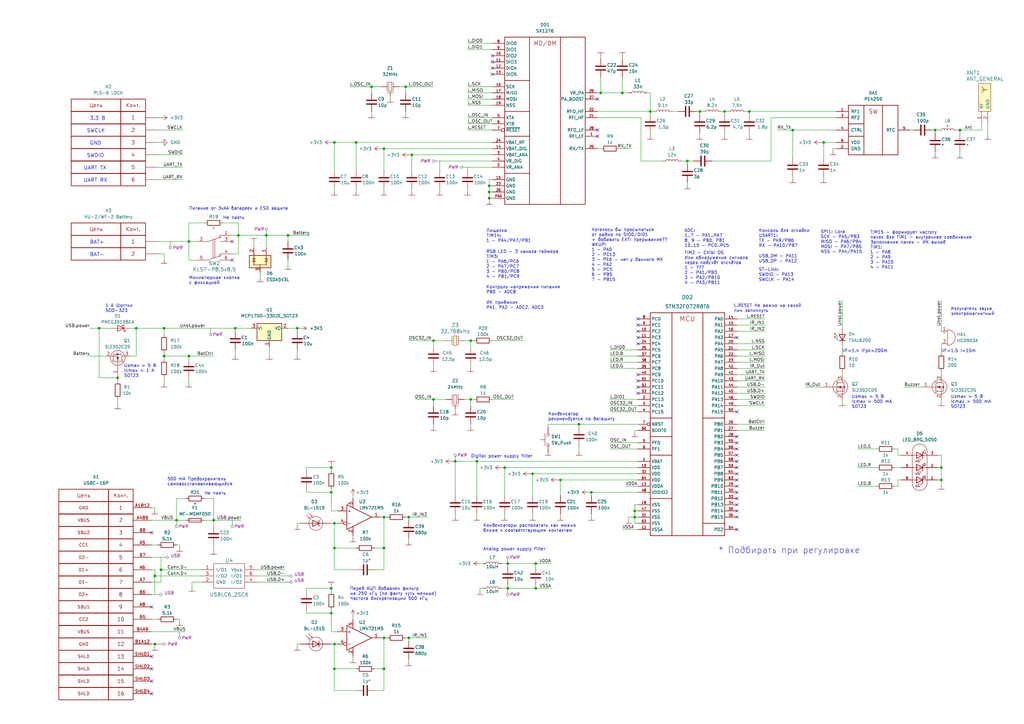
<source format=kicad_sch>
(kicad_sch (version 20230121) (generator eeschema)
  (paper "A3")
  (title_block (title "Плата универсальная") (company "МГТУ им Н.Э. Баумана") (comment 1 "МГТУ.403436.001") (comment 2 "Краснинский К.А.") (comment 3 "Круглов Г.В."))
  (junction (at 157.48 274.32))
  (junction (at 193.04 163.83))
  (junction (at 297.18 45.72))
  (junction (at 337.82 58.42))
  (junction (at 200.66 78.74))
  (junction (at 77.47 99.06))
  (junction (at 118.11 96.52))
  (junction (at 386.08 196.85))
  (junction (at 219.71 231.14))
  (junction (at 135.89 201.93))
  (junction (at 200.66 76.2))
  (junction (at 193.04 139.7))
  (junction (at 195.58 189.23))
  (junction (at 168.91 63.5))
  (junction (at 307.34 45.72))
  (junction (at 67.31 134.62))
  (junction (at 137.16 58.42))
  (junction (at 200.66 81.28))
  (junction (at 121.92 134.62))
  (junction (at 219.71 241.3))
  (junction (at 152.4 35.56))
  (junction (at 237.49 173.99))
  (junction (at 383.54 53.34))
  (junction (at 207.01 191.77))
  (junction (at 137.16 274.32))
  (junction (at 157.48 261.62))
  (junction (at 166.37 35.56))
  (junction (at 135.89 191.77))
  (junction (at 77.47 146.05))
  (junction (at 137.16 214.63))
  (junction (at 146.05 58.42))
  (junction (at 72.39 213.36))
  (junction (at 177.8 139.7))
  (junction (at 135.89 251.46))
  (junction (at 255.27 38.1))
  (junction (at 55.88 134.62))
  (junction (at 109.22 96.52))
  (junction (at 246.38 38.1))
  (junction (at 177.8 163.83))
  (junction (at 260.35 209.55))
  (junction (at 66.04 233.68))
  (junction (at 229.87 196.85))
  (junction (at 63.5 236.22))
  (junction (at 48.26 154.94))
  (junction (at 97.79 96.52))
  (junction (at 157.48 224.79))
  (junction (at 386.08 191.77))
  (junction (at 96.52 134.62))
  (junction (at 242.57 201.93))
  (junction (at 208.28 231.14))
  (junction (at 167.64 261.62))
  (junction (at 63.5 264.16))
  (junction (at 393.7 53.34))
  (junction (at 157.48 212.09))
  (junction (at 167.64 212.09))
  (junction (at 260.35 212.09))
  (junction (at 157.48 60.96))
  (junction (at 135.89 241.3))
  (junction (at 281.94 66.04))
  (junction (at 40.64 134.62))
  (junction (at 186.69 189.23))
  (junction (at 287.02 45.72))
  (junction (at 325.12 53.34))
  (junction (at 218.44 194.31))
  (junction (at 87.63 213.36))
  (junction (at 208.28 241.3))
  (junction (at 266.7 45.72))
  (junction (at 67.31 146.05))
  (junction (at 137.16 224.79))
  (junction (at 137.16 264.16))
  (no_connect (at 201.93 25.4))
  (no_connect (at 201.93 27.94))
  (no_connect (at 201.93 30.48))
  (no_connect (at 201.93 22.86))
  (no_connect (at 245.11 40.64))
  (no_connect (at 245.11 53.34))
  (no_connect (at 245.11 55.88))
  (no_connect (at 302.26 186.69))
  (no_connect (at 95.25 106.68))
  (no_connect (at 95.25 99.06))
  (no_connect (at 261.62 130.81))
  (no_connect (at 302.26 181.61))
  (no_connect (at 302.26 138.43))
  (no_connect (at 261.62 133.35))
  (no_connect (at 302.26 184.15))
  (no_connect (at 62.23 284.48))
  (no_connect (at 62.23 279.4))
  (no_connect (at 62.23 274.32))
  (no_connect (at 62.23 269.24))
  (no_connect (at 62.23 218.44))
  (no_connect (at 62.23 248.92))
  (no_connect (at 261.62 135.89))
  (no_connect (at 261.62 138.43))
  (no_connect (at 261.62 140.97))
  (no_connect (at 261.62 153.67))
  (no_connect (at 261.62 156.21))
  (no_connect (at 261.62 158.75))
  (no_connect (at 261.62 161.29))
  (no_connect (at 302.26 179.07))
  (no_connect (at 302.26 168.91))
  (no_connect (at 302.26 201.93))
  (no_connect (at 302.26 199.39))
  (no_connect (at 302.26 196.85))
  (no_connect (at 302.26 217.17))
  (no_connect (at 302.26 212.09))
  (no_connect (at 302.26 209.55))
  (no_connect (at 302.26 207.01))
  (no_connect (at 302.26 204.47))
  (no_connect (at 302.26 191.77))
  (no_connect (at 302.26 194.31))
  (no_connect (at 302.26 189.23))
  (wire (pts (xy 191.77 68.58) (xy 191.77 69.85)))
  (wire (pts (xy 196.85 241.3) (xy 196.85 242.57)))
  (wire (pts (xy 166.37 35.56) (xy 177.8 35.56)))
  (wire (pts (xy 121.92 134.62) (xy 123.19 134.62)))
  (wire (pts (xy 281.94 66.04) (xy 284.48 66.04)))
  (wire (pts (xy 256.54 199.39) (xy 261.62 199.39)))
  (wire (pts (xy 242.57 201.93) (xy 261.62 201.93)))
  (wire (pts (xy 200.66 76.2) (xy 201.93 76.2)))
  (wire (pts (xy 250.19 168.91) (xy 261.62 168.91)))
  (wire (pts (xy 55.88 134.62) (xy 67.31 134.62)))
  (wire (pts (xy 224.79 173.99) (xy 224.79 175.26)))
  (wire (pts (xy 191.77 40.64) (xy 201.93 40.64)))
  (wire (pts (xy 208.28 231.14) (xy 219.71 231.14)))
  (wire (pts (xy 78.74 238.76) (xy 78.74 241.3)))
  (wire (pts (xy 53.34 134.62) (xy 55.88 134.62)))
  (wire (pts (xy 63.5 208.28) (xy 62.23 208.28)))
  (wire (pts (xy 201.93 139.7) (xy 214.63 139.7)))
  (wire (pts (xy 62.23 259.08) (xy 76.2 259.08)))
  (wire (pts (xy 307.34 46.99) (xy 307.34 45.72)))
  (wire (pts (xy 351.79 191.77) (xy 359.41 191.77)))
  (wire (pts (xy 386.08 123.19) (xy 386.08 135.89)))
  (wire (pts (xy 386.08 140.97) (xy 386.08 144.78)))
  (wire (pts (xy 118.11 96.52) (xy 118.11 99.06)))
  (wire (pts (xy 237.49 173.99) (xy 224.79 173.99)))
  (wire (pts (xy 125.73 242.57) (xy 125.73 241.3)))
  (wire (pts (xy 118.11 96.52) (xy 127 96.52)))
  (wire (pts (xy 260.35 209.55) (xy 261.62 209.55)))
  (wire (pts (xy 146.05 58.42) (xy 146.05 69.85)))
  (wire (pts (xy 302.26 161.29) (xy 313.69 161.29)))
  (wire (pts (xy 266.7 46.99) (xy 266.7 45.72)))
  (wire (pts (xy 64.77 63.5) (xy 74.93 63.5)))
  (wire (pts (xy 96.52 134.62) (xy 102.87 134.62)))
  (wire (pts (xy 157.48 212.09) (xy 158.75 212.09)))
  (wire (pts (xy 261.62 207.01) (xy 260.35 207.01)))
  (wire (pts (xy 393.7 53.34) (xy 402.59 53.34)))
  (wire (pts (xy 345.44 165.1) (xy 345.44 163.83)))
  (wire (pts (xy 77.47 146.05) (xy 87.63 146.05)))
  (wire (pts (xy 367.03 191.77) (xy 369.57 191.77)))
  (wire (pts (xy 125.73 250.19) (xy 125.73 251.46)))
  (wire (pts (xy 237.49 173.99) (xy 261.62 173.99)))
  (wire (pts (xy 125.73 193.04) (xy 125.73 191.77)))
  (wire (pts (xy 302.26 151.13) (xy 313.69 151.13)))
  (wire (pts (xy 146.05 224.79) (xy 137.16 224.79)))
  (wire (pts (xy 106.68 111.76) (xy 106.68 114.3)))
  (wire (pts (xy 146.05 274.32) (xy 137.16 274.32)))
  (wire (pts (xy 144.78 203.2) (xy 144.78 204.47)))
  (wire (pts (xy 83.82 91.44) (xy 77.47 91.44)))
  (wire (pts (xy 95.25 96.52) (xy 97.79 96.52)))
  (wire (pts (xy 166.37 261.62) (xy 167.64 261.62)))
  (wire (pts (xy 168.91 78.74) (xy 168.91 77.47)))
  (wire (pts (xy 193.04 139.7) (xy 194.31 139.7)))
  (wire (pts (xy 168.91 63.5) (xy 201.93 63.5)))
  (wire (pts (xy 307.34 45.72) (xy 342.9 45.72)))
  (wire (pts (xy 337.82 58.42) (xy 342.9 58.42)))
  (wire (pts (xy 77.47 154.94) (xy 77.47 157.48)))
  (wire (pts (xy 72.39 213.36) (xy 76.2 213.36)))
  (wire (pts (xy 156.21 261.62) (xy 157.48 261.62)))
  (wire (pts (xy 152.4 35.56) (xy 152.4 38.1)))
  (wire (pts (xy 66.04 233.68) (xy 66.04 238.76)))
  (wire (pts (xy 96.52 134.62) (xy 96.52 135.89)))
  (wire (pts (xy 260.35 212.09) (xy 261.62 212.09)))
  (wire (pts (xy 146.05 58.42) (xy 201.93 58.42)))
  (wire (pts (xy 135.89 251.46) (xy 135.89 259.08)))
  (wire (pts (xy 62.23 264.16) (xy 63.5 264.16)))
  (wire (pts (xy 200.66 76.2) (xy 200.66 78.74)))
  (wire (pts (xy 67.31 154.94) (xy 67.31 157.48)))
  (wire (pts (xy 167.64 139.7) (xy 177.8 139.7)))
  (wire (pts (xy 157.48 233.68) (xy 157.48 224.79)))
  (wire (pts (xy 97.79 96.52) (xy 109.22 96.52)))
  (wire (pts (xy 351.79 184.15) (xy 359.41 184.15)))
  (wire (pts (xy 392.43 53.34) (xy 393.7 53.34)))
  (wire (pts (xy 266.7 54.61) (xy 266.7 55.88)))
  (wire (pts (xy 87.63 223.52) (xy 87.63 226.06)))
  (wire (pts (xy 109.22 96.52) (xy 118.11 96.52)))
  (wire (pts (xy 55.88 134.62) (xy 55.88 146.05)))
  (wire (pts (xy 255.27 38.1) (xy 257.81 38.1)))
  (wire (pts (xy 40.64 134.62) (xy 45.72 134.62)))
  (wire (pts (xy 260.35 207.01) (xy 260.35 209.55)))
  (wire (pts (xy 386.08 191.77) (xy 386.08 196.85)))
  (wire (pts (xy 285.75 45.72) (xy 287.02 45.72)))
  (wire (pts (xy 287.02 45.72) (xy 288.29 45.72)))
  (wire (pts (xy 67.31 146.05) (xy 77.47 146.05)))
  (wire (pts (xy 250.19 148.59) (xy 261.62 148.59)))
  (wire (pts (xy 137.16 214.63) (xy 138.43 214.63)))
  (wire (pts (xy 36.83 146.05) (xy 43.18 146.05)))
  (wire (pts (xy 156.21 60.96) (xy 157.48 60.96)))
  (wire (pts (xy 250.19 184.15) (xy 261.62 184.15)))
  (wire (pts (xy 255.27 22.86) (xy 255.27 24.13)))
  (wire (pts (xy 307.34 54.61) (xy 307.34 55.88)))
  (wire (pts (xy 135.89 250.19) (xy 135.89 251.46)))
  (wire (pts (xy 245.11 48.26) (xy 262.89 48.26)))
  (wire (pts (xy 207.01 212.09) (xy 207.01 210.82)))
  (wire (pts (xy 218.44 212.09) (xy 218.44 210.82)))
  (wire (pts (xy 177.8 149.86) (xy 177.8 151.13)))
  (wire (pts (xy 261.62 176.53) (xy 260.35 176.53)))
  (wire (pts (xy 383.54 62.23) (xy 383.54 63.5)))
  (wire (pts (xy 135.89 191.77) (xy 135.89 193.04)))
  (wire (pts (xy 77.47 147.32) (xy 77.47 146.05)))
  (wire (pts (xy 186.69 212.09) (xy 186.69 210.82)))
  (wire (pts (xy 205.74 231.14) (xy 208.28 231.14)))
  (wire (pts (xy 191.77 35.56) (xy 201.93 35.56)))
  (wire (pts (xy 167.64 261.62) (xy 167.64 262.89)))
  (wire (pts (xy 96.52 143.51) (xy 96.52 146.05)))
  (wire (pts (xy 135.89 241.3) (xy 135.89 242.57)))
  (wire (pts (xy 325.12 72.39) (xy 325.12 73.66)))
  (wire (pts (xy 62.23 233.68) (xy 63.5 233.68)))
  (wire (pts (xy 302.26 163.83) (xy 313.69 163.83)))
  (wire (pts (xy 97.79 96.52) (xy 97.79 104.14)))
  (wire (pts (xy 87.63 204.47) (xy 87.63 213.36)))
  (wire (pts (xy 200.66 78.74) (xy 200.66 81.28)))
  (wire (pts (xy 229.87 196.85) (xy 261.62 196.85)))
  (wire (pts (xy 195.58 189.23) (xy 195.58 203.2)))
  (wire (pts (xy 367.03 184.15) (xy 368.3 184.15)))
  (wire (pts (xy 62.23 223.52) (xy 64.77 223.52)))
  (wire (pts (xy 177.8 163.83) (xy 177.8 166.37)))
  (wire (pts (xy 196.85 231.14) (xy 198.12 231.14)))
  (wire (pts (xy 66.04 233.68) (xy 82.55 233.68)))
  (wire (pts (xy 180.34 66.04) (xy 201.93 66.04)))
  (wire (pts (xy 384.81 196.85) (xy 386.08 196.85)))
  (wire (pts (xy 64.77 104.14) (xy 67.31 104.14)))
  (wire (pts (xy 241.3 201.93) (xy 242.57 201.93)))
  (wire (pts (xy 64.77 68.58) (xy 74.93 68.58)))
  (wire (pts (xy 166.37 212.09) (xy 167.64 212.09)))
  (wire (pts (xy 62.23 243.84) (xy 63.5 243.84)))
  (wire (pts (xy 386.08 165.1) (xy 386.08 163.83)))
  (wire (pts (xy 180.34 78.74) (xy 180.34 77.47)))
  (wire (pts (xy 72.39 204.47) (xy 76.2 204.47)))
  (wire (pts (xy 125.73 200.66) (xy 125.73 201.93)))
  (wire (pts (xy 177.8 163.83) (xy 182.88 163.83)))
  (wire (pts (xy 255.27 31.75) (xy 255.27 38.1)))
  (wire (pts (xy 137.16 58.42) (xy 137.16 69.85)))
  (wire (pts (xy 342.9 48.26) (xy 316.23 48.26)))
  (wire (pts (xy 67.31 146.05) (xy 67.31 147.32)))
  (wire (pts (xy 62.23 228.6) (xy 66.04 228.6)))
  (wire (pts (xy 144.78 252.73) (xy 144.78 254)))
  (wire (pts (xy 152.4 45.72) (xy 152.4 46.99)))
  (wire (pts (xy 382.27 53.34) (xy 383.54 53.34)))
  (wire (pts (xy 302.26 143.51) (xy 313.69 143.51)))
  (wire (pts (xy 168.91 63.5) (xy 168.91 69.85)))
  (wire (pts (xy 242.57 201.93) (xy 242.57 203.2)))
  (wire (pts (xy 229.87 212.09) (xy 229.87 210.82)))
  (wire (pts (xy 336.55 58.42) (xy 337.82 58.42)))
  (wire (pts (xy 83.82 213.36) (xy 87.63 213.36)))
  (wire (pts (xy 121.92 143.51) (xy 121.92 146.05)))
  (wire (pts (xy 229.87 196.85) (xy 229.87 203.2)))
  (wire (pts (xy 302.26 148.59) (xy 313.69 148.59)))
  (wire (pts (xy 137.16 224.79) (xy 137.16 214.63)))
  (wire (pts (xy 135.89 214.63) (xy 137.16 214.63)))
  (wire (pts (xy 191.77 43.18) (xy 201.93 43.18)))
  (wire (pts (xy 260.35 176.53) (xy 260.35 177.8)))
  (wire (pts (xy 64.77 58.42) (xy 66.04 58.42)))
  (wire (pts (xy 177.8 173.99) (xy 177.8 175.26)))
  (wire (pts (xy 281.94 66.04) (xy 281.94 67.31)))
  (wire (pts (xy 402.59 50.8) (xy 402.59 53.34)))
  (wire (pts (xy 207.01 191.77) (xy 207.01 203.2)))
  (wire (pts (xy 77.47 99.06) (xy 80.01 99.06)))
  (wire (pts (xy 191.77 48.26) (xy 201.93 48.26)))
  (wire (pts (xy 345.44 152.4) (xy 345.44 153.67)))
  (wire (pts (xy 250.19 181.61) (xy 261.62 181.61)))
  (wire (pts (xy 266.7 38.1) (xy 266.7 45.72)))
  (wire (pts (xy 337.82 58.42) (xy 337.82 64.77)))
  (wire (pts (xy 167.64 63.5) (xy 168.91 63.5)))
  (wire (pts (xy 200.66 78.74) (xy 201.93 78.74)))
  (wire (pts (xy 157.48 60.96) (xy 201.93 60.96)))
  (wire (pts (xy 118.11 106.68) (xy 118.11 109.22)))
  (wire (pts (xy 121.92 214.63) (xy 123.19 214.63)))
  (wire (pts (xy 48.26 153.67) (xy 48.26 154.94)))
  (wire (pts (xy 302.26 153.67) (xy 313.69 153.67)))
  (wire (pts (xy 135.89 240.03) (xy 135.89 241.3)))
  (wire (pts (xy 67.31 144.78) (xy 67.31 146.05)))
  (wire (pts (xy 368.3 199.39) (xy 368.3 196.85)))
  (wire (pts (xy 246.38 38.1) (xy 255.27 38.1)))
  (wire (pts (xy 152.4 35.56) (xy 156.21 35.56)))
  (wire (pts (xy 135.89 201.93) (xy 135.89 209.55)))
  (wire (pts (xy 193.04 163.83) (xy 194.31 163.83)))
  (wire (pts (xy 105.41 233.68) (xy 116.84 233.68)))
  (wire (pts (xy 345.44 142.24) (xy 345.44 144.78)))
  (wire (pts (xy 193.04 139.7) (xy 193.04 142.24)))
  (wire (pts (xy 297.18 45.72) (xy 297.18 46.99)))
  (wire (pts (xy 208.28 231.14) (xy 208.28 232.41)))
  (wire (pts (xy 72.39 254) (xy 73.66 254)))
  (wire (pts (xy 193.04 149.86) (xy 193.04 151.13)))
  (wire (pts (xy 170.18 163.83) (xy 177.8 163.83)))
  (wire (pts (xy 48.26 163.83) (xy 48.26 166.37)))
  (wire (pts (xy 368.3 186.69) (xy 369.57 186.69)))
  (wire (pts (xy 245.11 45.72) (xy 266.7 45.72)))
  (wire (pts (xy 228.6 196.85) (xy 229.87 196.85)))
  (wire (pts (xy 278.13 45.72) (xy 275.59 45.72)))
  (wire (pts (xy 121.92 134.62) (xy 121.92 135.89)))
  (wire (pts (xy 160.02 39.37) (xy 160.02 40.64)))
  (wire (pts (xy 72.39 204.47) (xy 72.39 213.36)))
  (wire (pts (xy 137.16 283.21) (xy 137.16 274.32)))
  (wire (pts (xy 163.83 35.56) (xy 166.37 35.56)))
  (wire (pts (xy 80.01 106.68) (xy 77.47 106.68)))
  (wire (pts (xy 125.73 251.46) (xy 135.89 251.46)))
  (wire (pts (xy 121.92 264.16) (xy 123.19 264.16)))
  (wire (pts (xy 146.05 78.74) (xy 146.05 77.47)))
  (wire (pts (xy 64.77 99.06) (xy 77.47 99.06)))
  (wire (pts (xy 191.77 68.58) (xy 201.93 68.58)))
  (wire (pts (xy 63.5 264.16) (xy 63.5 265.43)))
  (wire (pts (xy 62.23 254) (xy 64.77 254)))
  (wire (pts (xy 260.35 212.09) (xy 260.35 214.63)))
  (wire (pts (xy 368.3 184.15) (xy 368.3 186.69)))
  (wire (pts (xy 137.16 224.79) (xy 137.16 233.68)))
  (wire (pts (xy 219.71 241.3) (xy 208.28 241.3)))
  (wire (pts (xy 83.82 204.47) (xy 87.63 204.47)))
  (wire (pts (xy 246.38 22.86) (xy 246.38 24.13)))
  (wire (pts (xy 342.9 60.96) (xy 341.63 60.96)))
  (wire (pts (xy 302.26 140.97) (xy 313.69 140.97)))
  (wire (pts (xy 63.5 233.68) (xy 63.5 236.22)))
  (wire (pts (xy 325.12 53.34) (xy 325.12 64.77)))
  (wire (pts (xy 245.11 60.96) (xy 246.38 60.96)))
  (wire (pts (xy 193.04 163.83) (xy 193.04 166.37)))
  (wire (pts (xy 393.7 62.23) (xy 393.7 63.5)))
  (wire (pts (xy 156.21 212.09) (xy 157.48 212.09)))
  (wire (pts (xy 157.48 212.09) (xy 157.48 224.79)))
  (wire (pts (xy 135.89 264.16) (xy 137.16 264.16)))
  (wire (pts (xy 384.81 186.69) (xy 386.08 186.69)))
  (wire (pts (xy 186.69 189.23) (xy 195.58 189.23)))
  (wire (pts (xy 138.43 259.08) (xy 135.89 259.08)))
  (wire (pts (xy 195.58 212.09) (xy 195.58 210.82)))
  (wire (pts (xy 393.7 53.34) (xy 393.7 54.61)))
  (wire (pts (xy 137.16 274.32) (xy 137.16 264.16)))
  (wire (pts (xy 186.69 189.23) (xy 185.42 189.23)))
  (wire (pts (xy 219.71 241.3) (xy 226.06 241.3)))
  (wire (pts (xy 64.77 73.66) (xy 74.93 73.66)))
  (wire (pts (xy 137.16 58.42) (xy 146.05 58.42)))
  (wire (pts (xy 177.8 139.7) (xy 182.88 139.7)))
  (wire (pts (xy 260.35 214.63) (xy 261.62 214.63)))
  (wire (pts (xy 82.55 238.76) (xy 78.74 238.76)))
  (wire (pts (xy 201.93 163.83) (xy 210.82 163.83)))
  (wire (pts (xy 195.58 189.23) (xy 261.62 189.23)))
  (wire (pts (xy 153.67 233.68) (xy 157.48 233.68)))
  (wire (pts (xy 125.73 191.77) (xy 135.89 191.77)))
  (wire (pts (xy 217.17 194.31) (xy 218.44 194.31)))
  (wire (pts (xy 64.77 48.26) (xy 66.04 48.26)))
  (wire (pts (xy 73.66 255.27) (xy 73.66 254)))
  (wire (pts (xy 370.84 158.75) (xy 378.46 158.75)))
  (wire (pts (xy 245.11 38.1) (xy 246.38 38.1)))
  (wire (pts (xy 279.4 66.04) (xy 281.94 66.04)))
  (wire (pts (xy 67.31 134.62) (xy 67.31 137.16)))
  (wire (pts (xy 345.44 123.19) (xy 345.44 134.62)))
  (wire (pts (xy 157.48 261.62) (xy 157.48 274.32)))
  (wire (pts (xy 177.8 139.7) (xy 177.8 142.24)))
  (wire (pts (xy 208.28 241.3) (xy 205.74 241.3)))
  (wire (pts (xy 137.16 264.16) (xy 138.43 264.16)))
  (wire (pts (xy 95.25 104.14) (xy 97.79 104.14)))
  (wire (pts (xy 265.43 38.1) (xy 266.7 38.1)))
  (wire (pts (xy 218.44 194.31) (xy 218.44 203.2)))
  (wire (pts (xy 110.49 142.24) (xy 110.49 146.05)))
  (wire (pts (xy 302.26 133.35) (xy 313.69 133.35)))
  (wire (pts (xy 302.26 158.75) (xy 313.69 158.75)))
  (wire (pts (xy 77.47 91.44) (xy 77.47 99.06)))
  (wire (pts (xy 205.74 191.77) (xy 207.01 191.77)))
  (wire (pts (xy 250.19 166.37) (xy 261.62 166.37)))
  (wire (pts (xy 325.12 53.34) (xy 342.9 53.34)))
  (wire (pts (xy 67.31 104.14) (xy 67.31 106.68)))
  (wire (pts (xy 167.64 261.62) (xy 175.26 261.62)))
  (wire (pts (xy 146.05 283.21) (xy 137.16 283.21)))
  (wire (pts (xy 186.69 167.64) (xy 186.69 168.91)))
  (wire (pts (xy 207.01 191.77) (xy 261.62 191.77)))
  (wire (pts (xy 191.77 17.78) (xy 201.93 17.78)))
  (wire (pts (xy 157.48 283.21) (xy 157.48 274.32)))
  (wire (pts (xy 67.31 134.62) (xy 96.52 134.62)))
  (wire (pts (xy 157.48 60.96) (xy 157.48 69.85)))
  (wire (pts (xy 53.34 146.05) (xy 55.88 146.05)))
  (wire (pts (xy 118.11 134.62) (xy 121.92 134.62)))
  (wire (pts (xy 237.49 173.99) (xy 237.49 175.26)))
  (wire (pts (xy 191.77 53.34) (xy 201.93 53.34)))
  (wire (pts (xy 143.51 35.56) (xy 152.4 35.56)))
  (wire (pts (xy 306.07 45.72) (xy 307.34 45.72)))
  (wire (pts (xy 40.64 154.94) (xy 40.64 134.62)))
  (wire (pts (xy 166.37 45.72) (xy 166.37 46.99)))
  (wire (pts (xy 157.48 261.62) (xy 158.75 261.62)))
  (wire (pts (xy 287.02 45.72) (xy 287.02 46.99)))
  (wire (pts (xy 191.77 50.8) (xy 201.93 50.8)))
  (wire (pts (xy 198.12 241.3) (xy 196.85 241.3)))
  (wire (pts (xy 250.19 151.13) (xy 261.62 151.13)))
  (wire (pts (xy 153.67 274.32) (xy 157.48 274.32)))
  (wire (pts (xy 386.08 152.4) (xy 386.08 153.67)))
  (wire (pts (xy 254 60.96) (xy 259.08 60.96)))
  (wire (pts (xy 63.5 236.22) (xy 63.5 243.84)))
  (wire (pts (xy 48.26 154.94) (xy 48.26 156.21)))
  (wire (pts (xy 125.73 241.3) (xy 135.89 241.3)))
  (wire (pts (xy 135.89 190.5) (xy 135.89 191.77)))
  (wire (pts (xy 341.63 60.96) (xy 341.63 62.23)))
  (wire (pts (xy 180.34 66.04) (xy 180.34 69.85)))
  (wire (pts (xy 77.47 106.68) (xy 77.47 99.06)))
  (wire (pts (xy 384.81 53.34) (xy 383.54 53.34)))
  (wire (pts (xy 166.37 35.56) (xy 166.37 38.1)))
  (wire (pts (xy 153.67 224.79) (xy 157.48 224.79)))
  (wire (pts (xy 302.26 166.37) (xy 313.69 166.37)))
  (wire (pts (xy 137.16 78.74) (xy 137.16 77.47)))
  (wire (pts (xy 191.77 78.74) (xy 191.77 77.47)))
  (wire (pts (xy 242.57 212.09) (xy 242.57 210.82)))
  (wire (pts (xy 218.44 194.31) (xy 261.62 194.31)))
  (wire (pts (xy 63.5 209.55) (xy 63.5 208.28)))
  (wire (pts (xy 367.03 199.39) (xy 368.3 199.39)))
  (wire (pts (xy 104.14 99.06) (xy 104.14 101.6)))
  (wire (pts (xy 330.2 158.75) (xy 337.82 158.75)))
  (wire (pts (xy 219.71 231.14) (xy 226.06 231.14)))
  (wire (pts (xy 302.26 130.81) (xy 313.69 130.81)))
  (wire (pts (xy 121.92 265.43) (xy 121.92 264.16)))
  (wire (pts (xy 36.83 134.62) (xy 40.64 134.62)))
  (wire (pts (xy 302.26 173.99) (xy 313.69 173.99)))
  (wire (pts (xy 257.81 213.36) (xy 257.81 212.09)))
  (wire (pts (xy 405.13 50.8) (xy 405.13 55.88)))
  (wire (pts (xy 386.08 186.69) (xy 386.08 191.77)))
  (wire (pts (xy 302.26 135.89) (xy 313.69 135.89)))
  (wire (pts (xy 193.04 173.99) (xy 193.04 175.26)))
  (wire (pts (xy 302.26 146.05) (xy 313.69 146.05)))
  (wire (pts (xy 167.64 220.98) (xy 167.64 222.25)))
  (wire (pts (xy 200.66 81.28) (xy 200.66 82.55)))
  (wire (pts (xy 386.08 196.85) (xy 386.08 199.39)))
  (wire (pts (xy 135.89 58.42) (xy 137.16 58.42)))
  (wire (pts (xy 246.38 31.75) (xy 246.38 38.1)))
  (wire (pts (xy 167.64 212.09) (xy 167.64 213.36)))
  (wire (pts (xy 167.64 212.09) (xy 175.26 212.09)))
  (wire (pts (xy 373.38 53.34) (xy 374.65 53.34)))
  (wire (pts (xy 337.82 72.39) (xy 337.82 73.66)))
  (wire (pts (xy 295.91 45.72) (xy 297.18 45.72)))
  (wire (pts (xy 368.3 196.85) (xy 369.57 196.85)))
  (wire (pts (xy 62.23 213.36) (xy 72.39 213.36)))
  (wire (pts (xy 219.71 232.41) (xy 219.71 231.14)))
  (wire (pts (xy 351.79 199.39) (xy 359.41 199.39)))
  (wire (pts (xy 91.44 91.44) (xy 97.79 91.44)))
  (wire (pts (xy 250.19 146.05) (xy 261.62 146.05)))
  (wire (pts (xy 153.67 283.21) (xy 157.48 283.21)))
  (wire (pts (xy 109.22 96.52) (xy 109.22 101.6)))
  (wire (pts (xy 287.02 54.61) (xy 287.02 55.88)))
  (wire (pts (xy 255.27 217.17) (xy 261.62 217.17)))
  (wire (pts (xy 72.39 223.52) (xy 73.66 223.52)))
  (wire (pts (xy 63.5 264.16) (xy 64.77 264.16)))
  (wire (pts (xy 167.64 270.51) (xy 167.64 271.78)))
  (wire (pts (xy 260.35 209.55) (xy 260.35 212.09)))
  (wire (pts (xy 138.43 209.55) (xy 135.89 209.55)))
  (wire (pts (xy 87.63 213.36) (xy 87.63 215.9)))
  (wire (pts (xy 190.5 139.7) (xy 193.04 139.7)))
  (wire (pts (xy 191.77 38.1) (xy 201.93 38.1)))
  (wire (pts (xy 266.7 45.72) (xy 267.97 45.72)))
  (wire (pts (xy 219.71 240.03) (xy 219.71 241.3)))
  (wire (pts (xy 316.23 48.26) (xy 316.23 66.04)))
  (wire (pts (xy 135.89 200.66) (xy 135.89 201.93)))
  (wire (pts (xy 384.81 191.77) (xy 386.08 191.77)))
  (wire (pts (xy 297.18 45.72) (xy 298.45 45.72)))
  (wire (pts (xy 200.66 81.28) (xy 201.93 81.28)))
  (wire (pts (xy 157.48 78.74) (xy 157.48 77.47)))
  (wire (pts (xy 383.54 53.34) (xy 383.54 54.61)))
  (wire (pts (xy 186.69 189.23) (xy 186.69 203.2)))
  (wire (pts (xy 125.73 201.93) (xy 135.89 201.93)))
  (wire (pts (xy 257.81 212.09) (xy 260.35 212.09)))
  (wire (pts (xy 292.1 66.04) (xy 316.23 66.04)))
  (wire (pts (xy 190.5 163.83) (xy 193.04 163.83)))
  (wire (pts (xy 250.19 143.51) (xy 261.62 143.51)))
  (wire (pts (xy 200.66 73.66) (xy 200.66 76.2)))
  (wire (pts (xy 281.94 74.93) (xy 281.94 76.2)))
  (wire (pts (xy 237.49 182.88) (xy 237.49 185.42)))
  (wire (pts (xy 297.18 54.61) (xy 297.18 55.88)))
  (wire (pts (xy 146.05 233.68) (xy 137.16 233.68)))
  (wire (pts (xy 62.23 238.76) (xy 66.04 238.76)))
  (wire (pts (xy 201.93 73.66) (xy 200.66 73.66)))
  (wire (pts (xy 105.41 238.76) (xy 116.84 238.76)))
  (wire (pts (xy 262.89 48.26) (xy 262.89 66.04)))
  (wire (pts (xy 121.92 215.9) (xy 121.92 214.63)))
  (wire (pts (xy 144.78 219.71) (xy 144.78 220.98)))
  (wire (pts (xy 87.63 213.36) (xy 99.06 213.36)))
  (wire (pts (xy 208.28 240.03) (xy 208.28 241.3)))
  (wire (pts (xy 191.77 20.32) (xy 201.93 20.32)))
  (wire (pts (xy 73.66 223.52) (xy 73.66 224.79)))
  (wire (pts (xy 250.19 163.83) (xy 261.62 163.83)))
  (wire (pts (xy 144.78 269.24) (xy 144.78 270.51)))
  (wire (pts (xy 302.26 176.53) (xy 313.69 176.53)))
  (wire (pts (xy 318.77 53.34) (xy 325.12 53.34)))
  (wire (pts (xy 97.79 91.44) (xy 97.79 96.52)))
  (wire (pts (xy 262.89 66.04) (xy 271.78 66.04)))
  (wire (pts (xy 105.41 236.22) (xy 116.84 236.22)))
  (wire (pts (xy 302.26 156.21) (xy 313.69 156.21)))
  (wire (pts (xy 48.26 154.94) (xy 40.64 154.94)))
  (wire (pts (xy 66.04 228.6) (xy 66.04 233.68)))
  (wire (pts (xy 74.93 53.34) (xy 64.77 53.34)))
  (wire (pts (xy 63.5 236.22) (xy 82.55 236.22)))
  (text "GND" (at 36.83 59.69 0) (effects (font (size 1.5 1.5)) (justify left bottom)))
  (text "VF=1.5 I=15m" (at 386.08 144.78 0) (effects (font (size 1.27 1.27)) (justify left bottom)))
  (text "Перед АЦП добавлен фильтр \nна 250 кГц (по факту чуть меньше)\nЧастота дискретизации 500 кГц" (at 143.51 246.38 0) (effects (font (size 1.27 1.27)) (justify left bottom)))
  (text "Uзmax > 5 В\nIсmax > 500 mА\nSOT23" (at 389.89 167.64 0) (effects (font (size 1.27 1.27)) (justify left bottom)))
  (text "SWDIO" (at 35.56 64.77 0) (effects (font (size 1.5 1.5)) (justify left bottom)))
  (text "Контроль напряжения питания\nPB0 - ADC8" (at 199.39 120.65 0) (effects (font (size 1.27 1.27)) (justify left bottom)))
  (text "500 mA Предохранитель\nсамовосстанавливающийся" (at 68.58 199.39 0) (effects (font (size 1.27 1.27)) (justify left bottom)))
  (text "TIM15 - формирует частоту\nпачек для TIM1 - внутреннее соединение\nЗаполнение пачек - ИК выход\nTIM1:\n1 - PA8\n2 - PA9\n3 - PA10\n4 - PA11" (at 356.87 110.49 0) (effects (font (size 1.27 1.27)) (justify left bottom)))
  (text "Uзmax > 5 В\nIсmax > 500 mА\nSOT23" (at 349.25 167.64 0) (effects (font (size 1.27 1.27)) (justify left bottom)))
  (text "Не паять" (at 83.82 203.2 0) (effects (font (size 1.27 1.27)) (justify left bottom)))
  (text "Uзmax > 5 В\nIсmax > 1 А\nSOT23" (at 50.8 154.94 0) (effects (font (size 1.27 1.27)) (justify left bottom)))
  (text "L.RESET Не важно на какой\nпин запихнуть" (at 300.99 128.27 0) (effects (font (size 1.27 1.27)) (justify left bottom)))
  (text "ИК приёмник \nPA1, PA2 - ADC2, ADC3" (at 199.39 127 0) (effects (font (size 1.27 1.27)) (justify left bottom)))
  (text "Излучатель звука\nэлектромагнитный" (at 389.89 129.54 0) (effects (font (size 1.27 1.27)) (justify left bottom)))
  (text "TIM2 - Chibi OS\nИли обнаружение сигнала\nчерез подсчёт отсчётов\n1 - ???\n2 - PA1/PB3\n3 - PA2/PB10\n4 - PA3/PB11" (at 280.67 116.84 0) (effects (font (size 1.27 1.27)) (justify left bottom)))
  (text "BAT-" (at 36.83 105.41 0) (effects (font (size 1.5 1.5)) (justify left bottom)))
  (text "Analog power supply filter" (at 198.12 226.06 0) (effects (font (size 1.27 1.27)) (justify left bottom)))
  (text "RGB LED - 3 канала таймера\nTIM3:\n1 - PA6/PC6\n2 - PA7/PC7\n3 - PB0/PC8\n4 - PB1/PC9" (at 199.39 114.3 0) (effects (font (size 1.27 1.27)) (justify left bottom)))
  (text "3.3 В" (at 36.83 49.53 0) (effects (font (size 1.5 1.5)) (justify left bottom)))
  (text "UART TX" (at 34.29 69.85 0) (effects (font (size 1.5 1.5)) (justify left bottom)))
  (text "USB_DM - PA11\nUSB_DP - PA12" (at 311.15 107.95 0) (effects (font (size 1.27 1.27)) (justify left bottom)))
  (text "* Подбирать при регулировке" (at 294.64 227.33 0) (effects (font (size 2.5 2.5)) (justify left bottom)))
  (text "BAT+" (at 36.83 100.33 0) (effects (font (size 1.5 1.5)) (justify left bottom)))
  (text "Миниатюрная кнопка\nс фиксацией" (at 77.47 116.84 0) (effects (font (size 1.27 1.27)) (justify left bottom)))
  (text "Консоль для отладки\nUSART1:\nTX - PA9/PB6\nRX - PA10/PB7\n" (at 311.15 101.6 0) (effects (font (size 1.27 1.27)) (justify left bottom)))
  (text "Хотелось бы просыпаться\nот радио по DIO0/DIO1\n+ добавить EXTI прерывание??\nWKUP:\n1 - PA0\n2 - PC13\n3 - PE6 - нет у данного МК\n4 - PA2\n5 - PC5\n6 - PB5\n7 - PB15" (at 242.57 115.57 0) (effects (font (size 1.27 1.27)) (justify left bottom)))
  (text "Пищалка\nTIM14:\n1 - PA4/PA7/PB1\n\n" (at 199.39 101.6 0) (effects (font (size 1.27 1.27)) (justify left bottom)))
  (text "Digital power supply filter" (at 193.04 187.96 0) (effects (font (size 1.27 1.27)) (justify left bottom)))
  (text "Питание от 3хАА батареек и ESD защита" (at 77.47 86.36 0) (effects (font (size 1.27 1.27)) (justify left bottom)))
  (text "Конденсатор\nрекомендуется по даташиту" (at 224.79 172.72 0) (effects (font (size 1.27 1.27)) (justify left bottom)))
  (text "VF=1.4 IFpk=200m" (at 345.44 144.78 0) (effects (font (size 1.27 1.27)) (justify left bottom)))
  (text "ADC:\n1..7 - PA1..PA7\n8, 9 - PB0, PB1\n10..15 - PC0..PC5\n" (at 280.67 101.6 0) (effects (font (size 1.27 1.27)) (justify left bottom)))
  (text "Не паять" (at 91.44 90.17 0) (effects (font (size 1.27 1.27)) (justify left bottom)))
  (text "ST-Link:\nSWDIO - PA13\nSWCLK - PA14" (at 311.15 115.57 0) (effects (font (size 1.27 1.27)) (justify left bottom)))
  (text "1 А Шоттки\nSOD-323" (at 43.18 128.27 0) (effects (font (size 1.27 1.27)) (justify left bottom)))
  (text "SWCLK" (at 35.56 54.61 0) (effects (font (size 1.5 1.5)) (justify left bottom)))
  (text "UART RX" (at 34.29 74.93 0) (effects (font (size 1.5 1.5)) (justify left bottom)))
  (text "Конденсаторы располагать как можно\nближе к соответствующим контактам" (at 198.12 218.44 0) (effects (font (size 1.27 1.27)) (justify left bottom)))
  (text "SPI1: Lora\nSCK - PA5/PB3\nMISO - PA6/PB4\nMOSI - PA7/PB5\nNSS - PA4/PA15" (at 336.55 104.14 0) (effects (font (size 1.27 1.27)) (justify left bottom)))
  (label "LED.R" (at 250.19 148.59 0))
  (label "OSC32_OUT" (at 214.63 139.7 180))
  (label "USB.power" (at 116.84 233.68 180))
  (label "L.RESET" (at 191.77 53.34 0))
  (label "IR_IN1" (at 175.26 261.62 180))
  (label "IR_IN2" (at 175.26 212.09 180))
  (label "VBUS" (at 76.2 259.08 180))
  (label "Buzzer" (at 313.69 176.53 180))
  (label "VSSA" (at 255.27 217.17 0))
  (label "LED.G" (at 351.79 184.15 0))
  (label "OSC_OUT" (at 250.19 184.15 0))
  (label "Conn.D-" (at 68.58 233.68 0))
  (label "OSC_IN" (at 250.19 181.61 0))
  (label "BatCtrl" (at 313.69 173.99 180))
  (label "UART_TX" (at 313.69 153.67 180))
  (label "LED.G" (at 250.19 151.13 0))
  (label "RX_TX" (at 318.77 53.34 0))
  (label "LED.B" (at 351.79 199.39 0))
  (label "L.DIO1" (at 191.77 20.32 0))
  (label "OSC32_IN" (at 167.64 139.7 0))
  (label "OSC32_OUT" (at 250.19 168.91 0))
  (label "L.OSC_IN" (at 143.51 35.56 0))
  (label "LED.B" (at 250.19 146.05 0))
  (label "Unst.power" (at 73.66 134.62 0))
  (label "VSSA" (at 226.06 241.3 180))
  (label "USB.D+" (at 313.69 161.29 180))
  (label "USB.D-" (at 313.69 158.75 180))
  (label "VBUS" (at 66.04 213.36 0))
  (label "SWDIO" (at 313.69 163.83 180))
  (label "RX_TX" (at 259.08 60.96 180))
  (label "VDDA" (at 226.06 231.14 180))
  (label "L.DIO0" (at 250.19 143.51 0))
  (label "UART_TX" (at 74.93 68.58 180))
  (label "L.SCK" (at 313.69 143.51 180))
  (label "L.OSC_IN" (at 191.77 48.26 0))
  (label "Ant" (at 398.78 53.34 180))
  (label "OSC32_IN" (at 250.19 166.37 0))
  (label "L.OSC_OUT" (at 177.8 35.56 180))
  (label "L.DIO0" (at 191.77 17.78 0))
  (label "OSC_OUT" (at 210.82 163.83 180))
  (label "L.DIO1" (at 250.19 163.83 0))
  (label "Conn.D+" (at 68.58 236.22 0))
  (label "L.MOSI" (at 191.77 40.64 0))
  (label "IR_Out" (at 313.69 151.13 180))
  (label "USB.power" (at 99.06 213.36 180))
  (label "L.MOSI" (at 313.69 148.59 180))
  (label "L.MISO" (at 313.69 146.05 180))
  (label "Battery" (at 127 96.52 180))
  (label "SWCLK" (at 313.69 166.37 180))
  (label "IR_IN2" (at 313.69 135.89 180))
  (label "BatCtrl" (at 87.63 146.05 180))
  (label "USB.D-" (at 116.84 236.22 180))
  (label "Unst.power" (at 386.08 123.19 270))
  (label "UART_RX" (at 74.93 73.66 180))
  (label "L.SCK" (at 191.77 35.56 0))
  (label "OSC_IN" (at 170.18 163.83 0))
  (label "USB.D+" (at 116.84 238.76 180))
  (label "IR_Out" (at 330.2 158.75 0))
  (label "SWDIO" (at 74.93 63.5 180))
  (label "L.NSS" (at 313.69 140.97 180))
  (label "SWCLK" (at 74.93 53.34 180))
  (label "USB.power" (at 36.83 134.62 180))
  (label "L.RESET" (at 313.69 130.81 180))
  (label "L.MISO" (at 191.77 38.1 0))
  (label "Battery" (at 36.83 146.05 180))
  (label "Buzzer" (at 370.84 158.75 0))
  (label "LED.R" (at 351.79 191.77 0))
  (label "Unst.power" (at 345.44 123.19 270))
  (label "L.NSS" (at 191.77 43.18 0))
  (label "VDDA" (at 256.54 199.39 0))
  (label "L.OSC_OUT" (at 191.77 50.8 0))
  (label "IR_IN1" (at 313.69 133.35 180))
  (label "UART_RX" (at 313.69 156.21 180))
  (netclass_flag "" (length 2.54) (shape round) (at 116.84 236.22 270) (property "Netclass" "USB" (at 120.65 235.5215 0) (effects (font italic) (justify left))))
  (netclass_flag "" (length 2.54) (shape round) (at 116.84 238.76 270) (property "Netclass" "USB" (at 120.65 238.0615 0) (effects (font italic) (justify left))))
  (netclass_flag "" (length 2.54) (shape round) (at 63.5 243.84 270) (property "Netclass" "USB" (at 67.31 243.1415 0) (effects (font italic) (justify left))))
  (netclass_flag "" (length 2.54) (shape round) (at 73.66 259.08 180) (property "Netclass" "PWR" (at 74.3585 261.62 0) (effects (font italic) (justify left))))
  (netclass_flag "" (length 2.54) (shape round) (at 180.34 66.04 90) (property "Netclass" "PWR" (at 176.53 66.04 0) (effects (font italic) (justify right))))
  (netclass_flag "" (length 2.54) (shape round) (at 86.36 134.62 180) (property "Netclass" "PWR" (at 87.0585 137.16 0) (effects (font italic) (justify left))))
  (netclass_flag "" (length 2.54) (shape round) (at 208.28 231.14 0) (property "Netclass" "PWR" (at 208.9785 228.6 0) (effects (font italic) (justify left))))
  (netclass_flag "" (length 2.54) (shape round) (at 186.69 189.23 0) (property "Netclass" "PWR" (at 187.3885 186.69 0) (effects (font italic) (justify left))))
  (netclass_flag "" (length 2.54) (shape round) (at 95.25 213.36 180) (property "Netclass" "PWR" (at 95.9485 215.9 0) (effects (font italic) (justify left))))
  (netclass_flag "" (length 2.54) (shape round) (at 109.22 96.52 0) (property "Netclass" "PWR" (at 104.14 93.98 0) (effects (font italic) (justify left))))
  (netclass_flag "" (length 2.54) (shape round) (at 208.28 241.3 180) (property "Netclass" "PWR" (at 208.9785 243.84 0) (effects (font italic) (justify left))))
  (netclass_flag "" (length 2.54) (shape round) (at 64.77 264.16 270) (property "Netclass" "PWR" (at 68.58 264.16 0) (effects (font italic) (justify left))))
  (netclass_flag "" (length 2.54) (shape round) (at 69.85 99.06 180) (property "Netclass" "PWR" (at 74.93 101.6 0) (effects (font italic) (justify right))))
  (netclass_flag "" (length 2.54) (shape round) (at 72.39 213.36 180) (property "Netclass" "PWR" (at 73.0885 215.9 0) (effects (font italic) (justify left))))
  (netclass_flag "" (length 2.54) (shape round) (at 191.77 68.58 90) (property "Netclass" "PWR" (at 187.96 68.58 0) (effects (font italic) (justify right))))
  (netclass_flag "" (length 2.54) (shape round) (at 66.04 228.6 270) (property "Netclass" "USB" (at 69.85 227.9015 0) (effects (font italic) (justify left))))
  (symbol (lib_id "#USER:GND_GOST") (at 135.89 240.03 180) (unit 1)
    (property "Reference" "#PWR015" (effects hide))
    (property "Value" "GND_GOST" (effects hide))
  )
  (symbol (lib_id "#USER:GND_GOST") (at 207.01 212.09 0) (unit 1)
    (property "Reference" "#PWR038" (effects hide))
    (property "Value" "GND_GOST" (effects hide))
  )
  (symbol (lib_id "#USER:GND_GOST") (at 48.26 166.37 0) (unit 1)
    (property "Reference" "#PWR06" (effects hide))
    (property "Value" "GND_GOST" (effects hide))
  )
  (symbol (lib_id "Device:C") (at 118.11 102.87 180) (unit 1)
    (property "Reference" "C43" (at 124.46 101.6 0) (effects (justify left)))
    (property "Value" "100n" (at 125.73 104.14 0) (effects (justify left)))
    (property "Footprint" "Capacitors:CAP_0402" (effects hide))
  )
  (symbol (lib_id "#USER:GND_GOST") (at 146.05 78.74 0) (unit 1)
    (property "Reference" "#PWR023" (effects hide))
    (property "Value" "GND_GOST" (effects hide))
  )
  (symbol (lib_id "#USER:PE4259") (at 358.14 53.34 0) (unit 1)
    (property "Reference" "DA1" (at 358.14 38.1 0))
    (property "Value" "PE4259" (at 358.14 40.64 0))
    (property "Footprint" "SOT:SC70" (effects hide))
  )
  (symbol (lib_id "#USER:GND_GOST") (at 167.64 271.78 0) (unit 1)
    (property "Reference" "#PWR068" (effects hide))
    (property "Value" "GND_GOST" (effects hide))
  )
  (symbol (lib_id "#USER:N-Channel MOSFET_GOST") (at 342.9 158.75 0) (unit 1)
    (property "Reference" "Q2" (at 349.25 157.4799 0) (effects (justify left)))
    (property "Value" "SI2302CDS" (at 349.25 160.0199 0) (effects (justify left)))
    (property "Footprint" "SOT:SOT23-3" (effects hide))
    (property "Datasheet" "https://www.onsemi.com/pub/Collateral/BSS138-D.PDF" (effects hide))
  )
  (symbol (lib_id "#USER:GND_GOST") (at 73.66 224.79 0) (unit 1)
    (property "Reference" "#PWR07" (effects hide))
    (property "Value" "GND_GOST" (effects hide))
  )
  (symbol (lib_id "#USER:N-Channel MOSFET_GOST") (at 48.26 148.59 270) (mirror x) (unit 1)
    (property "Reference" "Q1" (at 52.07 139.7 90))
    (property "Value" "SI2302CDS" (at 48.26 142.24 90))
    (property "Footprint" "SOT:SOT23-3" (effects hide))
    (property "Datasheet" "https://www.onsemi.com/pub/Collateral/BSS138-D.PDF" (effects hide))
  )
  (symbol (lib_id "#USER:GND_GOST") (at 166.37 46.99 0) (unit 1)
    (property "Reference" "#PWR028" (effects hide))
    (property "Value" "GND_GOST" (effects hide))
  )
  (symbol (lib_id "Device:L") (at 261.62 38.1 90) (unit 1)
    (property "Reference" "L1" (at 261.62 33.02 90))
    (property "Value" "33n" (at 261.62 35.56 90))
    (property "Footprint" "Inductors:IND_0402" (effects hide))
  )
  (symbol (lib_id "Device:C") (at 246.38 27.94 0) (unit 1)
    (property "Reference" "C22" (at 248.92 26.67 0) (effects (justify left)))
    (property "Value" "47p" (at 248.92 29.21 0) (effects (justify left)))
    (property "Footprint" "Capacitors:CAP_0402" (effects hide))
  )
  (symbol (lib_id "Device:R") (at 250.19 60.96 90) (unit 1)
    (property "Reference" "R9" (at 250.19 55.88 90))
    (property "Value" "1k" (at 250.19 58.42 90))
    (property "Footprint" "Resistors:RES_0402" (effects hide))
  )
  (symbol (lib_id "power:+3.3V") (at 167.64 63.5 90) (unit 1)
    (property "Reference" "#PWR029" (effects hide))
    (property "Value" "+3.3V" (at 161.29 63.5 90))
  )
  (symbol (lib_name "Conn_2_GOST_1") (lib_id "#USER:Conn_2_GOST") (at 49.53 96.52 0) (unit 1)
    (property "Reference" "X3" (at 44.45 86.36 0))
    (property "Value" "HU-2/WF-2 Battery" (at 44.45 88.9 0))
    (property "Footprint" "Connector_PinHeader_2.54mm:PinHeader_1x02_P2.54mm_Horizontal" (effects hide))
  )
  (symbol (lib_id "#USER:GND_GOST") (at 193.04 151.13 0) (unit 1)
    (property "Reference" "#PWR082" (effects hide))
    (property "Value" "GND_GOST" (effects hide))
  )
  (symbol (lib_id "Device:C") (at 193.04 170.18 180) (unit 1)
    (property "Reference" "C20" (at 199.39 168.91 0) (effects (justify left)))
    (property "Value" "10p" (at 199.39 171.45 0) (effects (justify left)))
    (property "Footprint" "Capacitors:CAP_0402" (effects hide))
  )
  (symbol (lib_id "power:+3.3V") (at 66.04 48.26 270) (unit 1)
    (property "Reference" "#PWR01" (effects hide))
    (property "Value" "+3.3V" (at 72.39 48.26 90))
  )
  (symbol (lib_id "#USER:GND_GOST") (at 345.44 165.1 0) (unit 1)
    (property "Reference" "#PWR062" (effects hide))
    (property "Value" "GND_GOST" (effects hide))
  )
  (symbol (lib_id "#USER:GND_GOST") (at 121.92 215.9 0) (unit 1)
    (property "Reference" "#PWR012" (effects hide))
    (property "Value" "GND_GOST" (effects hide))
  )
  (symbol (lib_id "Device:C") (at 307.34 50.8 180) (unit 1)
    (property "Reference" "C32" (at 313.69 49.53 0) (effects (justify left)))
    (property "Value" "1.8p" (at 314.96 52.07 0) (effects (justify left)))
    (property "Footprint" "Capacitors:CAP_0402" (effects hide))
  )
  (symbol (lib_id "#USER:GND_GOST") (at 77.47 157.48 0) (unit 1)
    (property "Reference" "#PWR079" (effects hide))
    (property "Value" "GND_GOST" (effects hide))
  )
  (symbol (lib_id "#USER:GND_GOST") (at 218.44 212.09 0) (unit 1)
    (property "Reference" "#PWR042" (effects hide))
    (property "Value" "GND_GOST" (effects hide))
  )
  (symbol (lib_id "Device:C") (at 281.94 45.72 90) (unit 1)
    (property "Reference" "C27" (at 284.48 39.37 90) (effects (justify left)))
    (property "Value" "33p" (at 284.48 41.91 90) (effects (justify left)))
    (property "Footprint" "Capacitors:CAP_0402" (effects hide))
  )
  (symbol (lib_id "Device:C") (at 166.37 41.91 0) (unit 1)
    (property "Reference" "C11" (at 168.91 40.64 0) (effects (justify left)))
    (property "Value" "10p" (at 168.91 43.18 0) (effects (justify left)))
    (property "Footprint" "Capacitors:CAP_0402" (effects hide))
  )
  (symbol (lib_id "Device:C") (at 297.18 50.8 180) (unit 1)
    (property "Reference" "C31" (at 303.53 49.53 0) (effects (justify left)))
    (property "Value" "4.7p" (at 304.8 52.07 0) (effects (justify left)))
    (property "Footprint" "Capacitors:CAP_0402" (effects hide))
  )
  (symbol (lib_id "Device:R") (at 68.58 254 90) (unit 1)
    (property "Reference" "R3" (at 68.58 248.92 90))
    (property "Value" "5.1k" (at 68.58 251.46 90))
    (property "Footprint" "Resistors:RES_0603" (effects hide))
  )
  (symbol (lib_id "Device:C") (at 325.12 68.58 0) (unit 1)
    (property "Reference" "C33" (at 327.66 67.31 0) (effects (justify left)))
    (property "Value" "1n" (at 327.66 69.85 0) (effects (justify left)))
    (property "Footprint" "Capacitors:CAP_0402" (effects hide))
  )
  (symbol (lib_id "Device:C") (at 195.58 207.01 180) (unit 1)
    (property "Reference" "C16" (at 201.93 205.74 0) (effects (justify left)))
    (property "Value" "100n" (at 203.2 208.28 0) (effects (justify left)))
    (property "Footprint" "Capacitors:CAP_0402" (effects hide))
  )
  (symbol (lib_id "Device:R") (at 87.63 91.44 90) (unit 1)
    (property "Reference" "R19" (at 87.63 88.9 90))
    (property "Value" "*" (at 87.63 93.98 90))
    (property "Footprint" "Resistors:RES_0402" (effects hide))
  )
  (symbol (lib_id "#USER:GND_GOST") (at 237.49 185.42 0) (unit 1)
    (property "Reference" "#PWR071" (effects hide))
    (property "Value" "GND_GOST" (effects hide))
  )
  (symbol (lib_id "#USER:GND_GOST") (at 186.69 168.91 0) (unit 1)
    (property "Reference" "#PWR041" (effects hide))
    (property "Value" "GND_GOST" (effects hide))
  )
  (symbol (lib_id "#USER:D_Photo") (at 129.54 214.63 0) (mirror y) (unit 1)
    (property "Reference" "D3" (at 128.9279 205.74 0))
    (property "Value" "BL-L515" (at 128.9279 208.28 0))
    (property "Footprint" "LED_THT:LED_D5.0mm" (effects hide))
  )
  (symbol (lib_id "Device:C") (at 218.44 207.01 180) (unit 1)
    (property "Reference" "C19" (at 224.79 205.74 0) (effects (justify left)))
    (property "Value" "100n" (at 226.06 208.28 0) (effects (justify left)))
    (property "Footprint" "Capacitors:CAP_0402" (effects hide))
  )
  (symbol (lib_id "Device:R") (at 149.86 224.79 90) (unit 1)
    (property "Reference" "R7" (at 149.86 218.44 90))
    (property "Value" "100k" (at 149.86 220.98 90))
    (property "Footprint" "Resistors:RES_0603" (effects hide))
  )
  (symbol (lib_id "Device:C") (at 87.63 219.71 180) (unit 1)
    (property "Reference" "C23" (at 93.98 218.44 0) (effects (justify left)))
    (property "Value" "100n" (at 95.25 220.98 0) (effects (justify left)))
    (property "Footprint" "Capacitors:CAP_0402" (effects hide))
  )
  (symbol (lib_id "Device:C") (at 337.82 68.58 0) (mirror y) (unit 1)
    (property "Reference" "C34" (at 344.17 67.31 0) (effects (justify left)))
    (property "Value" "1n" (at 342.9 69.85 0) (effects (justify left)))
    (property "Footprint" "Capacitors:CAP_0402" (effects hide))
  )
  (symbol (lib_id "#USER:GND_GOST") (at 144.78 270.51 0) (unit 1)
    (property "Reference" "#PWR018" (effects hide))
    (property "Value" "GND_GOST" (effects hide))
  )
  (symbol (lib_id "Device:C") (at 77.47 151.13 180) (unit 1)
    (property "Reference" "C44" (at 83.82 149.86 0) (effects (justify left)))
    (property "Value" "100n" (at 85.09 152.4 0) (effects (justify left)))
    (property "Footprint" "Capacitors:CAP_0402" (effects hide))
  )
  (symbol (lib_id "power:+3.3V") (at 205.74 191.77 90) (unit 1)
    (property "Reference" "#PWR037" (effects hide))
    (property "Value" "+3.3V" (at 199.39 191.77 90))
  )
  (symbol (lib_id "Device:R") (at 198.12 139.7 90) (unit 1)
    (property "Reference" "R20" (at 198.12 134.62 90))
    (property "Value" "100k" (at 198.12 137.16 90))
    (property "Footprint" "Resistors:RES_0603" (effects hide))
  )
  (symbol (lib_id "#USER:LED_BRG") (at 377.19 191.77 180) (unit 1)
    (property "Reference" "D5" (at 377.19 177.8 0))
    (property "Value" "LED_BRG_5050" (at 377.19 180.34 0))
    (property "Footprint" "LED_SMD:LED_RGB_5050-6" (effects hide))
  )
  (symbol (lib_id "Tittar_kl:CRYSTAL") (at 186.69 139.7 0) (unit 1)
    (property "Reference" "Z3" (at 186.69 133.35 0) (effects (font (size 1.524 1.524))))
    (property "Value" "32.768kHz" (at 186.69 135.89 0) (effects (font (size 1.524 1.524))))
    (property "Footprint" "Crystal:Crystal_SMD_3215-2Pin_3.2x1.5mm" (effects hide))
    (property "Price" "15" (effects hide))
    (property "SolderPoints" "4" (effects hide))
  )
  (symbol (lib_id "Device:C") (at 177.8 146.05 180) (unit 1)
    (property "Reference" "C45" (at 185.42 144.78 0) (effects (justify left)))
    (property "Value" "12.5p" (at 186.69 147.32 0) (effects (justify left)))
    (property "Footprint" "Capacitors:CAP_0402" (effects hide))
  )
  (symbol (lib_id "Device:C") (at 157.48 73.66 180) (unit 1)
    (property "Reference" "C10" (at 163.83 72.39 0) (effects (justify left)))
    (property "Value" "100n" (at 165.1 74.93 0) (effects (justify left)))
    (property "Footprint" "Capacitors:CAP_0402" (effects hide))
  )
  (symbol (lib_id "Device:R") (at 162.56 261.62 90) (unit 1)
    (property "Reference" "R15" (at 162.56 256.54 90))
    (property "Value" "1k" (at 162.56 259.08 90))
    (property "Footprint" "Resistors:RES_0603" (effects hide))
  )
  (symbol (lib_id "#USER:GND_GOST") (at 63.5 209.55 0) (unit 1)
    (property "Reference" "#PWR04" (effects hide))
    (property "Value" "GND_GOST" (effects hide))
  )
  (symbol (lib_id "Device:L") (at 271.78 45.72 90) (unit 1)
    (property "Reference" "L2" (at 271.78 40.64 90))
    (property "Value" "9.1n" (at 271.78 43.18 90))
    (property "Footprint" "Inductors:IND_0402" (effects hide))
  )
  (symbol (lib_id "Device:Fuse") (at 80.01 213.36 90) (unit 1)
    (property "Reference" "F1" (at 80.01 208.28 90))
    (property "Value" "MF-MSMF050" (at 80.01 210.82 90))
    (property "Footprint" "Fuse:Fuse_1812_4532Metric_Pad1.30x3.40mm_HandSolder" (effects hide))
  )
  (symbol (lib_id "Device:R") (at 67.31 151.13 180) (unit 1)
    (property "Reference" "R18" (at 69.85 149.86 0) (effects (justify right)))
    (property "Value" "100k" (at 69.85 152.4 0) (effects (justify right)))
    (property "Footprint" "Resistors:RES_0603" (effects hide))
  )
  (symbol (lib_id "#USER:GND_GOST") (at 224.79 185.42 0) (unit 1)
    (property "Reference" "#PWR070" (effects hide))
    (property "Value" "GND_GOST" (effects hide))
  )
  (symbol (lib_id "Device:C") (at 266.7 50.8 180) (unit 1)
    (property "Reference" "C26" (at 273.05 49.53 0) (effects (justify left)))
    (property "Value" "1.5p" (at 274.32 52.07 0) (effects (justify left)))
    (property "Footprint" "Capacitors:CAP_0402" (effects hide))
  )
  (symbol (lib_id "Device:C") (at 167.64 266.7 0) (unit 1)
    (property "Reference" "C38" (at 170.18 265.43 0) (effects (justify left)))
    (property "Value" "680p" (at 170.18 267.97 0) (effects (justify left)))
    (property "Footprint" "Capacitors:CAP_0402" (effects hide))
  )
  (symbol (lib_id "#USER:USBC-16P") (at 24.13 200.66 0) (unit 1)
    (property "Reference" "X1" (at 39.37 195.58 0))
    (property "Value" "USBC-16P" (at 39.37 198.12 0))
    (property "Footprint" "Connectors:USBC_10PF-074" (effects hide))
  )
  (symbol (lib_id "#USER:D_Photo") (at 129.54 264.16 0) (mirror y) (unit 1)
    (property "Reference" "D2" (at 128.9279 255.27 0))
    (property "Value" "BL-L515" (at 128.9279 257.81 0))
    (property "Footprint" "LED_THT:LED_D5.0mm" (effects hide))
  )
  (symbol (lib_id "#USER:GND_GOST") (at 135.89 190.5 180) (unit 1)
    (property "Reference" "#PWR016" (effects hide))
    (property "Value" "GND_GOST" (effects hide))
  )
  (symbol (lib_id "#USER:GND_GOST") (at 242.57 212.09 0) (unit 1)
    (property "Reference" "#PWR051" (effects hide))
    (property "Value" "GND_GOST" (effects hide))
  )
  (symbol (lib_id "power:+3.3V") (at 156.21 60.96 90) (unit 1)
    (property "Reference" "#PWR025" (effects hide))
    (property "Value" "+3.3V" (at 149.86 60.96 90))
  )
  (symbol (lib_id "#USER:GND_GOST") (at 229.87 212.09 0) (unit 1)
    (property "Reference" "#PWR045" (effects hide))
    (property "Value" "GND_GOST" (effects hide))
  )
  (symbol (lib_id "power:+3.3V") (at 228.6 196.85 90) (unit 1)
    (property "Reference" "#PWR044" (effects hide))
    (property "Value" "+3.3V" (at 222.25 196.85 90))
  )
  (symbol (lib_id "Device:C") (at 149.86 283.21 270) (unit 1)
    (property "Reference" "C5" (at 148.59 276.86 90) (effects (justify left)))
    (property "Value" "1p*" (at 148.59 279.4 90) (effects (justify left)))
    (property "Footprint" "Capacitors:CAP_0402" (effects hide))
  )
  (symbol (lib_id "#USER:GND_GOST") (at 67.31 106.68 0) (unit 1)
    (property "Reference" "#PWR03" (effects hide))
    (property "Value" "GND_GOST" (effects hide))
  )
  (symbol (lib_id "Device:C") (at 288.29 66.04 90) (unit 1)
    (property "Reference" "C30" (at 290.83 59.69 90) (effects (justify left)))
    (property "Value" "39p" (at 290.83 62.23 90) (effects (justify left)))
    (property "Footprint" "Capacitors:CAP_0402" (effects hide))
  )
  (symbol (lib_id "#USER:CRYSTAL_GND") (at 160.02 35.56 0) (unit 1)
    (property "Reference" "Z1" (at 160.02 27.94 0))
    (property "Value" "32MHz" (at 160.02 30.48 0))
    (property "Footprint" "Quartz:03225C4" (effects hide))
    (property "Price" "15" (effects hide))
    (property "SolderPoints" "4" (effects hide))
  )
  (symbol (lib_id "Device:C") (at 152.4 41.91 0) (unit 1)
    (property "Reference" "C9" (at 154.94 40.64 0) (effects (justify left)))
    (property "Value" "10p" (at 154.94 43.18 0) (effects (justify left)))
    (property "Footprint" "Capacitors:CAP_0402" (effects hide))
  )
  (symbol (lib_id "#USER:GND_GOST") (at 193.04 175.26 0) (unit 1)
    (property "Reference" "#PWR043" (effects hide))
    (property "Value" "GND_GOST" (effects hide))
  )
  (symbol (lib_id "#USER:GND_GOST") (at 177.8 175.26 0) (unit 1)
    (property "Reference" "#PWR039" (effects hide))
    (property "Value" "GND_GOST" (effects hide))
  )
  (symbol (lib_id "Device:C") (at 96.52 139.7 180) (unit 1)
    (property "Reference" "C1" (at 101.6 138.43 0) (effects (justify left)))
    (property "Value" "100n" (at 104.14 140.97 0) (effects (justify left)))
    (property "Footprint" "Capacitors:CAP_0402" (effects hide))
  )
  (symbol (lib_id "Device:R") (at 80.01 204.47 90) (unit 1)
    (property "Reference" "R21" (at 80.01 201.93 90))
    (property "Value" "*" (at 80.01 207.01 90))
    (property "Footprint" "Resistors:RES_0402" (effects hide))
  )
  (symbol (lib_id "#USER:GND_GOST") (at 386.08 165.1 0) (unit 1)
    (property "Reference" "#PWR064" (effects hide))
    (property "Value" "GND_GOST" (effects hide))
  )
  (symbol (lib_id "Device:R") (at 386.08 148.59 180) (unit 1)
    (property "Reference" "R14" (at 388.62 147.3199 0) (effects (justify right)))
    (property "Value" "200" (at 388.62 149.8599 0) (effects (justify right)))
    (property "Footprint" "Resistors:RES_0402" (effects hide))
  )
  (symbol (lib_id "#USER:SX1276") (at 219.71 40.64 0) (unit 1)
    (property "Reference" "DD1" (at 223.52 10.16 0))
    (property "Value" "SX1276" (at 223.52 12.7 0))
    (property "Footprint" "QFN_DFN:QFN-28_EP_6x6_Pitch0.65mm" (effects hide))
    (property "Datasheet" "https://semtech.my.salesforce.com/sfc/p/#E0000000JelG/a/2R0000001Rbr/6EfVZUorrpoKFfvaF_Fkpgp5kzjiNyiAbqcpqh9qSjE" (effects hide))
  )
  (symbol (lib_id "Device:R") (at 363.22 191.77 270) (mirror x) (unit 1)
    (property "Reference" "R12" (at 363.22 189.23 90))
    (property "Value" "1k" (at 363.22 194.31 90))
    (property "Footprint" "Resistors:RES_0603" (effects hide))
  )
  (symbol (lib_id "#USER:N-Channel MOSFET_GOST") (at 383.54 158.75 0) (unit 1)
    (property "Reference" "Q3" (at 389.89 157.4799 0) (effects (justify left)))
    (property "Value" "SI2302CDS" (at 389.89 160.0199 0) (effects (justify left)))
    (property "Footprint" "SOT:SOT23-3" (effects hide))
    (property "Datasheet" "https://www.onsemi.com/pub/Collateral/BSS138-D.PDF" (effects hide))
  )
  (symbol (lib_id "#USER:GND_GOST") (at 337.82 73.66 0) (mirror y) (unit 1)
    (property "Reference" "#PWR061" (effects hide))
    (property "Value" "GND_GOST" (effects hide))
  )
  (symbol (lib_id "#USER:GND_GOST") (at 200.66 82.55 0) (unit 1)
    (property "Reference" "#PWR035" (effects hide))
    (property "Value" "GND_GOST" (effects hide))
  )
  (symbol (lib_id "#USER:GND_GOST") (at 257.81 213.36 0) (unit 1)
    (property "Reference" "#PWR054" (effects hide))
    (property "Value" "GND_GOST" (effects hide))
  )
  (symbol (lib_id "Device:C") (at 149.86 233.68 270) (unit 1)
    (property "Reference" "C6" (at 148.59 227.33 90) (effects (justify left)))
    (property "Value" "1p*" (at 148.59 229.87 90) (effects (justify left)))
    (property "Footprint" "Capacitors:CAP_0402" (effects hide))
  )
  (symbol (lib_id "#USER:GND_GOST") (at 307.34 55.88 0) (unit 1)
    (property "Reference" "#PWR058" (effects hide))
    (property "Value" "GND_GOST" (effects hide))
  )
  (symbol (lib_id "#USER:GND_GOST") (at 67.31 157.48 0) (unit 1)
    (property "Reference" "#PWR078" (effects hide))
    (property "Value" "GND_GOST" (effects hide))
  )
  (symbol (lib_id "Device:C") (at 125.73 196.85 0) (unit 1)
    (property "Reference" "C3" (at 128.27 195.58 0) (effects (justify left)))
    (property "Value" "100n" (at 128.27 198.12 0) (effects (justify left)))
    (property "Footprint" "Capacitors:CAP_0402" (effects hide))
  )
  (symbol (lib_id "power:+3.3V") (at 144.78 252.73 0) (unit 1)
    (property "Reference" "#PWR017" (effects hide))
    (property "Value" "+3.3V" (at 148.59 251.46 0))
  )
  (symbol (lib_id "Device:R") (at 67.31 140.97 180) (unit 1)
    (property "Reference" "R17" (at 69.85 139.7 0) (effects (justify right)))
    (property "Value" "100k" (at 69.85 142.24 0) (effects (justify right)))
    (property "Footprint" "Resistors:RES_0603" (effects hide))
  )
  (symbol (lib_id "#USER:GND_GOST") (at 177.8 151.13 0) (unit 1)
    (property "Reference" "#PWR080" (effects hide))
    (property "Value" "GND_GOST" (effects hide))
  )
  (symbol (lib_id "Device:C") (at 207.01 207.01 180) (unit 1)
    (property "Reference" "C17" (at 213.36 205.74 0) (effects (justify left)))
    (property "Value" "100n" (at 214.63 208.28 0) (effects (justify left)))
    (property "Footprint" "Capacitors:CAP_0402" (effects hide))
  )
  (symbol (lib_id "#USER:GND_GOST") (at 96.52 146.05 0) (unit 1)
    (property "Reference" "#PWR09" (effects hide))
    (property "Value" "GND_GOST" (effects hide))
  )
  (symbol (lib_id "#USER:GND_GOST") (at 405.13 55.88 0) (unit 1)
    (property "Reference" "#PWR047" (effects hide))
    (property "Value" "GND_GOST" (effects hide))
  )
  (symbol (lib_id "Device:C") (at 167.64 217.17 0) (unit 1)
    (property "Reference" "C39" (at 170.18 215.9 0) (effects (justify left)))
    (property "Value" "680p" (at 170.18 218.44 0) (effects (justify left)))
    (property "Footprint" "Capacitors:CAP_0402" (effects hide))
  )
  (symbol (lib_id "Device:C") (at 219.71 236.22 180) (unit 1)
    (property "Reference" "C41" (at 226.06 234.95 0) (effects (justify left)))
    (property "Value" "10n" (at 227.33 237.49 0) (effects (justify left)))
    (property "Footprint" "Capacitors:CAP_0402" (effects hide))
  )
  (symbol (lib_id "Device:C") (at 191.77 73.66 180) (unit 1)
    (property "Reference" "C14" (at 198.12 72.39 0) (effects (justify left)))
    (property "Value" "100n" (at 199.39 74.93 0) (effects (justify left)))
    (property "Footprint" "Capacitors:CAP_0402" (effects hide))
  )
  (symbol (lib_id "Device:R") (at 345.44 148.59 0) (unit 1)
    (property "Reference" "R10" (at 347.98 147.3199 0) (effects (justify left)))
    (property "Value" "10" (at 347.98 149.8599 0) (effects (justify left)))
    (property "Footprint" "Resistors:RES_0402" (effects hide))
  )
  (symbol (lib_id "Device:C") (at 137.16 73.66 180) (unit 1)
    (property "Reference" "C7" (at 142.24 72.39 0) (effects (justify left)))
    (property "Value" "10u" (at 143.51 74.93 0) (effects (justify left)))
    (property "Footprint" "Capacitors:CAP_0603" (effects hide))
  )
  (symbol (lib_id "Regulator_Linear:MCP1700-3302E_SOT23") (at 110.49 134.62 0) (unit 1)
    (property "Reference" "U1" (at 110.49 127 0))
    (property "Value" "MCP1700-3302E_SOT23" (at 110.49 129.54 0))
    (property "Footprint" "SOT:SOT23-3" (effects hide))
    (property "Datasheet" "http://ww1.microchip.com/downloads/en/DeviceDoc/20001826D.pdf" (effects hide))
  )
  (symbol (lib_id "Device:C") (at 242.57 207.01 180) (unit 1)
    (property "Reference" "C25" (at 248.92 205.74 0) (effects (justify left)))
    (property "Value" "100n" (at 250.19 208.28 0) (effects (justify left)))
    (property "Footprint" "Capacitors:CAP_0402" (effects hide))
  )
  (symbol (lib_id "#USER:GND_GOST") (at 260.35 177.8 0) (unit 1)
    (property "Reference" "#PWR053" (effects hide))
    (property "Value" "GND_GOST" (effects hide))
  )
  (symbol (lib_id "#USER:GND_GOST") (at 106.68 114.3 0) (unit 1)
    (property "Reference" "#PWR076" (effects hide))
    (property "Value" "GND_GOST" (effects hide))
  )
  (symbol (lib_id "#USER:GND_GOST") (at 196.85 242.57 0) (unit 1)
    (property "Reference" "#PWR073" (effects hide))
    (property "Value" "GND_GOST" (effects hide))
  )
  (symbol (lib_name "LMV721M5_1") (lib_id "#USER:LMV721M5") (at 147.32 212.09 0) (unit 1)
    (property "Reference" "U3" (at 148.59 205.74 0))
    (property "Value" "LMV721M5" (at 152.4 208.28 0))
    (property "Footprint" "SOT:SOT23-5" (effects hide))
    (property "Datasheet" "http://www.ti.com/lit/ds/symlink/lmv324.pdf" (effects hide))
  )
  (symbol (lib_id "Kais_Lib:ESDA5V3L") (at 106.68 106.68 0) (unit 1)
    (property "Reference" "D6" (at 109.22 112.141 0) (effects (justify left)))
    (property "Value" "ESDA5V3L" (at 109.22 114.681 0) (effects (justify left)))
    (property "Footprint" "Package_TO_SOT_SMD:SOT-23" (effects hide))
  )
  (symbol (lib_id "#USER:GND_GOST") (at 110.49 146.05 0) (unit 1)
    (property "Reference" "#PWR010" (effects hide))
    (property "Value" "GND_GOST" (effects hide))
  )
  (symbol (lib_id "#USER:GND_GOST") (at 63.5 265.43 0) (unit 1)
    (property "Reference" "#PWR05" (effects hide))
    (property "Value" "GND_GOST" (effects hide))
  )
  (symbol (lib_id "#USER:STM32F072R8T6") (at 281.94 171.45 0) (unit 1)
    (property "Reference" "DD2" (at 281.94 121.92 0) (effects (font (size 1.5 1.5))))
    (property "Value" "STM32F072R8T6" (at 281.94 125.73 0) (effects (font (size 1.5 1.5))))
    (property "Footprint" "LQFP_TQFP:LQFP64" (effects hide))
    (property "Datasheet" "http://www.st.com/st-web-ui/static/active/en/resource/technical/document/datasheet/DM00090510.pdf" (effects hide))
  )
  (symbol (lib_id "Device:Buzzer") (at 388.62 138.43 0) (unit 1)
    (property "Reference" "HA1" (at 392.43 137.16 0) (effects (justify left)))
    (property "Value" "HC0903A" (at 392.43 139.7 0) (effects (justify left)))
    (property "Footprint" "Buzzer_Beeper:MagneticBuzzer_CUI_CST-931RP-A" (effects hide))
  )
  (symbol (lib_id "#USER:GND_GOST") (at 191.77 78.74 0) (unit 1)
    (property "Reference" "#PWR032" (effects hide))
    (property "Value" "GND_GOST" (effects hide))
  )
  (symbol (lib_id "Device:C") (at 180.34 73.66 180) (unit 1)
    (property "Reference" "C13" (at 186.69 72.39 0) (effects (justify left)))
    (property "Value" "100n" (at 187.96 74.93 0) (effects (justify left)))
    (property "Footprint" "Capacitors:CAP_0402" (effects hide))
  )
  (symbol (lib_id "LED:IR204A") (at 345.44 137.16 90) (unit 1)
    (property "Reference" "D4" (at 347.98 137.0329 90) (effects (justify right)))
    (property "Value" "TSAL6200" (at 347.98 139.5729 90) (effects (justify right)))
    (property "Footprint" "LED_THT:LED_D5.0mm_Clear" (effects hide))
    (property "Datasheet" "http://www.everlight.com/file/ProductFile/IR204-A.pdf" (effects hide))
  )
  (symbol (lib_id "Device:R") (at 149.86 274.32 90) (unit 1)
    (property "Reference" "R6" (at 149.86 269.24 90))
    (property "Value" "100k" (at 149.86 271.78 90))
    (property "Footprint" "Resistors:RES_0603" (effects hide))
  )
  (symbol (lib_id "Kais_Lib:KLS7-P8.5x8.5") (at 88.9 101.6 0) (unit 1)
    (property "Reference" "SW2" (at 87.9475 107.95 0) (effects (font (size 1.524 1.524))))
    (property "Value" "KLS7-P8.5x8.5" (at 87.9475 110.49 0) (effects (font (size 1.524 1.524))))
    (property "Footprint" "Kais_Lib:KLS7-P8.5x8.5" (effects hide))
  )
  (symbol (lib_id "power:+3.3V") (at 217.17 194.31 90) (unit 1)
    (property "Reference" "#PWR040" (effects hide))
    (property "Value" "+3.3V" (at 210.82 194.31 90))
  )
  (symbol (lib_id "Device:C") (at 121.92 139.7 180) (unit 1)
    (property "Reference" "C4" (at 127 138.43 0) (effects (justify left)))
    (property "Value" "10u" (at 128.27 140.97 0) (effects (justify left)))
    (property "Footprint" "Capacitors:CAP_0603" (effects hide))
  )
  (symbol (lib_id "Device:C") (at 168.91 73.66 180) (unit 1)
    (property "Reference" "C12" (at 175.26 72.39 0) (effects (justify left)))
    (property "Value" "100n" (at 176.53 74.93 0) (effects (justify left)))
    (property "Footprint" "Capacitors:CAP_0402" (effects hide))
  )
  (symbol (lib_id "Device:C") (at 193.04 146.05 180) (unit 1)
    (property "Reference" "C46" (at 200.66 144.78 0) (effects (justify left)))
    (property "Value" "12.5p" (at 201.93 147.32 0) (effects (justify left)))
    (property "Footprint" "Capacitors:CAP_0402" (effects hide))
  )
  (symbol (lib_id "Device:R") (at 363.22 199.39 270) (mirror x) (unit 1)
    (property "Reference" "R13" (at 363.22 196.85 90))
    (property "Value" "1k" (at 363.22 201.93 90))
    (property "Footprint" "Resistors:RES_0603" (effects hide))
  )
  (symbol (lib_id "Interface_kl:USBLC6_2XX") (at 93.98 236.22 0) (unit 1)
    (property "Reference" "U4" (at 93.98 229.87 0) (effects (font (size 1.524 1.524))))
    (property "Value" "USBLC6_2SC6" (at 93.98 243.84 0) (effects (font (size 1.524 1.524))))
    (property "Footprint" "SOT:SOT23-6" (effects hide))
  )
  (symbol (lib_id "power:+3.3V") (at 144.78 203.2 0) (unit 1)
    (property "Reference" "#PWR019" (effects hide))
    (property "Value" "+3.3V" (at 148.59 201.93 0))
  )
  (symbol (lib_id "power:+3.3V") (at 196.85 231.14 90) (unit 1)
    (property "Reference" "#PWR072" (effects hide))
    (property "Value" "+3.3V" (at 190.5 231.14 90))
  )
  (symbol (lib_id "power:+3.3V") (at 336.55 58.42 90) (mirror x) (unit 1)
    (property "Reference" "#PWR060" (effects hide))
    (property "Value" "+3.3V" (at 332.74 58.4199 90) (effects (justify left)))
  )
  (symbol (lib_id "Switch:SW_Push") (at 224.79 180.34 90) (unit 1)
    (property "Reference" "SW1" (at 226.06 179.07 90) (effects (justify right)))
    (property "Value" "SW_Push" (at 226.06 181.61 90) (effects (justify right)))
    (property "Footprint" "BtnsSwitches:SW_PUSH_6mm" (effects hide))
  )
  (symbol (lib_id "#USER:GND_GOST") (at 386.08 199.39 0) (mirror y) (unit 1)
    (property "Reference" "#PWR066" (effects hide))
    (property "Value" "GND_GOST" (effects hide))
  )
  (symbol (lib_id "Device:C") (at 255.27 27.94 0) (unit 1)
    (property "Reference" "C24" (at 257.81 26.67 0) (effects (justify left)))
    (property "Value" "10n" (at 257.81 29.21 0) (effects (justify left)))
    (property "Footprint" "Capacitors:CAP_0402" (effects hide))
  )
  (symbol (lib_id "power:+3.3V") (at 241.3 201.93 90) (unit 1)
    (property "Reference" "#PWR050" (effects hide))
    (property "Value" "+3.3V" (at 234.95 201.93 90))
  )
  (symbol (lib_id "#USER:GND_GOST") (at 266.7 55.88 0) (unit 1)
    (property "Reference" "#PWR052" (effects hide))
    (property "Value" "GND_GOST" (effects hide))
  )
  (symbol (lib_id "#USER:GND_GOST") (at 186.69 212.09 0) (unit 1)
    (property "Reference" "#PWR034" (effects hide))
    (property "Value" "GND_GOST" (effects hide))
  )
  (symbol (lib_id "Device:L") (at 201.93 241.3 90) (unit 1)
    (property "Reference" "L8" (at 201.93 238.76 90))
    (property "Value" "10uH" (at 201.93 242.57 90))
    (property "Footprint" "Inductors:IND_0805" (effects hide))
  )
  (symbol (lib_id "Device:L") (at 292.1 45.72 90) (unit 1)
    (property "Reference" "L4" (at 292.1 40.64 90))
    (property "Value" "8.2n" (at 292.1 43.18 90))
    (property "Footprint" "Inductors:IND_0402" (effects hide))
  )
  (symbol (lib_id "#USER:GND_GOST") (at 325.12 73.66 0) (unit 1)
    (property "Reference" "#PWR059" (effects hide))
    (property "Value" "GND_GOST" (effects hide))
  )
  (symbol (lib_id "Device:C") (at 177.8 170.18 180) (unit 1)
    (property "Reference" "C18" (at 184.15 168.91 0) (effects (justify left)))
    (property "Value" "10p" (at 184.15 171.45 0) (effects (justify left)))
    (property "Footprint" "Capacitors:CAP_0402" (effects hide))
  )
  (symbol (lib_id "#USER:GND_GOST") (at 160.02 40.64 0) (unit 1)
    (property "Reference" "#PWR027" (effects hide))
    (property "Value" "GND_GOST" (effects hide))
  )
  (symbol (lib_id "Device:C") (at 208.28 236.22 180) (unit 1)
    (property "Reference" "C42" (at 214.63 234.95 0) (effects (justify left)))
    (property "Value" "10u" (at 214.63 237.49 0) (effects (justify left)))
    (property "Footprint" "Capacitors:CAP_0603" (effects hide))
  )
  (symbol (lib_id "Device:C") (at 378.46 53.34 90) (unit 1)
    (property "Reference" "C35" (at 379.73 46.99 90) (effects (justify left)))
    (property "Value" "100p" (at 381 49.53 90) (effects (justify left)))
    (property "Footprint" "Capacitors:CAP_0402" (effects hide))
  )
  (symbol (lib_id "#USER:GND_GOST") (at 73.66 255.27 0) (unit 1)
    (property "Reference" "#PWR08" (effects hide))
    (property "Value" "GND_GOST" (effects hide))
  )
  (symbol (lib_id "Device:R") (at 135.89 246.38 180) (unit 1)
    (property "Reference" "R4" (at 138.43 245.1099 0) (effects (justify right)))
    (property "Value" "100k" (at 138.43 247.65 0) (effects (justify right)))
    (property "Footprint" "Resistors:RES_0603" (effects hide))
  )
  (symbol (lib_id "Device:C") (at 393.7 58.42 0) (unit 1)
    (property "Reference" "C37" (at 396.24 57.15 0) (effects (justify left)))
    (property "Value" "*" (at 396.24 59.69 0) (effects (justify left)))
    (property "Footprint" "Capacitors:CAP_0402" (effects hide))
  )
  (symbol (lib_id "Device:R") (at 135.89 196.85 180) (unit 1)
    (property "Reference" "R5" (at 138.43 195.5799 0) (effects (justify right)))
    (property "Value" "100k" (at 138.43 198.1199 0) (effects (justify right)))
    (property "Footprint" "Resistors:RES_0603" (effects hide))
  )
  (symbol (lib_id "#USER:GND_GOST") (at 246.38 22.86 180) (unit 1)
    (property "Reference" "#PWR046" (effects hide))
    (property "Value" "GND_GOST" (effects hide))
  )
  (symbol (lib_id "Device:R") (at 162.56 212.09 90) (unit 1)
    (property "Reference" "R16" (at 162.56 207.01 90))
    (property "Value" "1k" (at 162.56 209.55 90))
    (property "Footprint" "Resistors:RES_0603" (effects hide))
  )
  (symbol (lib_id "#USER:CRYSTAL_GND") (at 186.69 163.83 0) (unit 1)
    (property "Reference" "Z2" (at 186.69 156.21 0))
    (property "Value" "24MHz" (at 186.69 158.75 0))
    (property "Footprint" "Quartz:03225C4" (effects hide))
    (property "Price" "15" (effects hide))
    (property "SolderPoints" "4" (effects hide))
  )
  (symbol (lib_id "#USER:GND_GOST") (at 281.94 76.2 0) (unit 1)
    (property "Reference" "#PWR055" (effects hide))
    (property "Value" "GND_GOST" (effects hide))
  )
  (symbol (lib_id "#USER:GND_GOST") (at 118.11 109.22 0) (unit 1)
    (property "Reference" "#PWR075" (effects hide))
    (property "Value" "GND_GOST" (effects hide))
  )
  (symbol (lib_id "Device:L") (at 302.26 45.72 90) (unit 1)
    (property "Reference" "L5" (at 302.26 40.64 90))
    (property "Value" "7.5n" (at 302.26 43.18 90))
    (property "Footprint" "Inductors:IND_0402" (effects hide))
  )
  (symbol (lib_id "#USER:GND_GOST") (at 180.34 78.74 0) (unit 1)
    (property "Reference" "#PWR031" (effects hide))
    (property "Value" "GND_GOST" (effects hide))
  )
  (symbol (lib_id "Device:R") (at 363.22 184.15 270) (mirror x) (unit 1)
    (property "Reference" "R11" (at 363.22 181.61 90))
    (property "Value" "1k" (at 363.22 186.69 90))
    (property "Footprint" "Resistors:RES_0603" (effects hide))
  )
  (symbol (lib_id "#USER:GND_GOST") (at 87.63 226.06 0) (unit 1)
    (property "Reference" "#PWR074" (effects hide))
    (property "Value" "GND_GOST" (effects hide))
  )
  (symbol (lib_id "#USER:GND_GOST") (at 152.4 46.99 0) (unit 1)
    (property "Reference" "#PWR024" (effects hide))
    (property "Value" "GND_GOST" (effects hide))
  )
  (symbol (lib_id "power:+3.3V") (at 123.19 134.62 270) (unit 1)
    (property "Reference" "#PWR014" (effects hide))
    (property "Value" "+3.3V" (at 127 134.6199 90) (effects (justify left)))
  )
  (symbol (lib_id "#USER:GND_GOST") (at 121.92 146.05 0) (unit 1)
    (property "Reference" "#PWR013" (effects hide))
    (property "Value" "GND_GOST" (effects hide))
  )
  (symbol (lib_id "Device:R") (at 198.12 163.83 90) (unit 1)
    (property "Reference" "R8" (at 198.12 158.75 90))
    (property "Value" "1k" (at 198.12 161.29 90))
    (property "Footprint" "Resistors:RES_0603" (effects hide))
  )
  (symbol (lib_id "#USER:GND_GOST") (at 297.18 55.88 0) (unit 1)
    (property "Reference" "#PWR057" (effects hide))
    (property "Value" "GND_GOST" (effects hide))
  )
  (symbol (lib_id "Device:C") (at 229.87 207.01 180) (unit 1)
    (property "Reference" "C21" (at 236.22 205.74 0) (effects (justify left)))
    (property "Value" "100n" (at 237.49 208.28 0) (effects (justify left)))
    (property "Footprint" "Capacitors:CAP_0402" (effects hide))
  )
  (symbol (lib_id "#USER:GND_GOST") (at 383.54 63.5 0) (unit 1)
    (property "Reference" "#PWR065" (effects hide))
    (property "Value" "GND_GOST" (effects hide))
  )
  (symbol (lib_id "Device:L") (at 275.59 66.04 90) (unit 1)
    (property "Reference" "L3" (at 275.59 60.96 90))
    (property "Value" "12n" (at 275.59 63.5 90))
    (property "Footprint" "Inductors:IND_0402" (effects hide))
  )
  (symbol (lib_id "Device:C") (at 237.49 179.07 180) (unit 1)
    (property "Reference" "C40" (at 245.11 177.8 0) (effects (justify left)))
    (property "Value" "100n" (at 245.11 180.34 0) (effects (justify left)))
    (property "Footprint" "Capacitors:CAP_0402" (effects hide))
  )
  (symbol (lib_id "Device:C") (at 383.54 58.42 0) (unit 1)
    (property "Reference" "C36" (at 386.08 57.15 0) (effects (justify left)))
    (property "Value" "*" (at 386.08 59.69 0) (effects (justify left)))
    (property "Footprint" "Capacitors:CAP_0402" (effects hide))
  )
  (symbol (lib_id "Device:C") (at 281.94 71.12 0) (unit 1)
    (property "Reference" "C28" (at 284.48 69.85 0) (effects (justify left)))
    (property "Value" "3p" (at 284.48 72.39 0) (effects (justify left)))
    (property "Footprint" "Capacitors:CAP_0402" (effects hide))
  )
  (symbol (lib_id "power:+3.3V") (at 135.89 58.42 90) (unit 1)
    (property "Reference" "#PWR021" (effects hide))
    (property "Value" "+3.3V" (at 129.54 58.42 90))
  )
  (symbol (lib_id "Diode:PMEG3010EJ") (at 49.53 134.62 180) (unit 1)
    (property "Reference" "D1" (at 48.26 129.54 0))
    (property "Value" "PMEG3010BEA" (at 48.26 132.08 0))
    (property "Footprint" "Diodes:SOD323" (effects hide))
    (property "Datasheet" "https://assets.nexperia.com/documents/data-sheet/PMEG3010EH_EJ_ET.pdf" (effects hide))
  )
  (symbol (lib_id "#USER:GND_GOST") (at 168.91 78.74 0) (unit 1)
    (property "Reference" "#PWR030" (effects hide))
    (property "Value" "GND_GOST" (effects hide))
  )
  (symbol (lib_name "LMV721M5_1") (lib_id "#USER:LMV721M5") (at 147.32 261.62 0) (unit 1)
    (property "Reference" "U2" (at 148.59 255.27 0))
    (property "Value" "LMV721M5" (at 152.4 257.81 0))
    (property "Footprint" "SOT:SOT23-5" (effects hide))
    (property "Datasheet" "http://www.ti.com/lit/ds/symlink/lmv324.pdf" (effects hide))
  )
  (symbol (lib_id "#USER:GND_GOST") (at 78.74 241.3 0) (unit 1)
    (property "Reference" "#PWR048" (effects hide))
    (property "Value" "GND_GOST" (effects hide))
  )
  (symbol (lib_id "power:GND") (at 66.04 58.42 90) (unit 1)
    (property "Reference" "#PWR02" (effects hide))
    (property "Value" "GND" (at 69.85 58.4199 90) (effects (justify right)))
  )
  (symbol (lib_id "#USER:GND_GOST") (at 255.27 22.86 180) (unit 1)
    (property "Reference" "#PWR049" (effects hide))
    (property "Value" "GND_GOST" (effects hide))
  )
  (symbol (lib_id "Device:L") (at 388.62 53.34 90) (unit 1)
    (property "Reference" "L6" (at 388.62 49.53 90))
    (property "Value" "*" (at 388.62 52.07 90))
    (property "Footprint" "Inductors:IND_0402" (effects hide))
  )
  (symbol (lib_id "#USER:GND_GOST") (at 195.58 212.09 0) (unit 1)
    (property "Reference" "#PWR036" (effects hide))
    (property "Value" "GND_GOST" (effects hide))
  )
  (symbol (lib_id "Device:C") (at 287.02 50.8 180) (unit 1)
    (property "Reference" "C29" (at 293.37 49.53 0) (effects (justify left)))
    (property "Value" "6.2p" (at 294.005 52.07 0) (effects (justify left)))
    (property "Footprint" "Capacitors:CAP_0402" (effects hide))
  )
  (symbol (lib_id "#USER:GND_GOST") (at 144.78 220.98 0) (unit 1)
    (property "Reference" "#PWR020" (effects hide))
    (property "Value" "GND_GOST" (effects hide))
  )
  (symbol (lib_id "Device:C") (at 146.05 73.66 180) (unit 1)
    (property "Reference" "C8" (at 151.13 72.39 0) (effects (justify left)))
    (property "Value" "100n" (at 153.67 74.93 0) (effects (justify left)))
    (property "Footprint" "Capacitors:CAP_0402" (effects hide))
  )
  (symbol (lib_id "#USER:GND_GOST") (at 104.14 99.06 180) (unit 1)
    (property "Reference" "#PWR077" (effects hide))
    (property "Value" "GND_GOST" (effects hide))
  )
  (symbol (lib_id "#USER:GND_GOST") (at 137.16 78.74 0) (unit 1)
    (property "Reference" "#PWR022" (effects hide))
    (property "Value" "GND_GOST" (effects hide))
  )
  (symbol (lib_id "Device:C") (at 186.69 207.01 180) (unit 1)
    (property "Reference" "C15" (at 193.04 205.74 0) (effects (justify left)))
    (property "Value" "10u" (at 193.04 208.28 0) (effects (justify left)))
    (property "Footprint" "Capacitors:CAP_0603" (effects hide))
  )
  (symbol (lib_id "Device:R") (at 48.26 160.02 180) (unit 1)
    (property "Reference" "R1" (at 52.07 158.75 0))
    (property "Value" "10k" (at 52.07 161.29 0))
    (property "Footprint" "Resistors:RES_0603" (effects hide))
  )
  (symbol (lib_id "Device:L") (at 201.93 231.14 90) (unit 1)
    (property "Reference" "L7" (at 201.93 228.6 90))
    (property "Value" "10uH" (at 201.93 232.41 90))
    (property "Footprint" "Inductors:IND_0805" (effects hide))
  )
  (symbol (lib_id "#USER:GND_GOST") (at 167.64 222.25 0) (unit 1)
    (property "Reference" "#PWR069" (effects hide))
    (property "Value" "GND_GOST" (effects hide))
  )
  (symbol (lib_id "power:+3.3V") (at 185.42 189.23 90) (unit 1)
    (property "Reference" "#PWR033" (effects hide))
    (property "Value" "+3.3V" (at 179.07 189.23 90))
  )
  (symbol (lib_id "#USER:GND_GOST") (at 393.7 63.5 0) (unit 1)
    (property "Reference" "#PWR067" (effects hide))
    (property "Value" "GND_GOST" (effects hide))
  )
  (symbol (lib_id "Antennas_kl:ANT_GENERAL") (at 403.86 39.37 90) (unit 1)
    (property "Reference" "ANT1" (at 396.24 29.845 90) (effects (font (size 1.524 1.524)) (justify right)))
    (property "Value" "ANT_GENERAL" (at 396.24 32.385 90) (effects (font (size 1.524 1.524)) (justify right)))
    (property "Footprint" "Kais_Lib:Antenna_868_Bagryanets" (effects hide))
  )
  (symbol (lib_id "Device:R") (at 68.58 223.52 90) (unit 1)
    (property "Reference" "R2" (at 68.58 218.44 90))
    (property "Value" "5.1k" (at 68.58 220.98 90))
    (property "Footprint" "Resistors:RES_0603" (effects hide))
  )
  (symbol (lib_id "Device:C") (at 125.73 246.38 0) (unit 1)
    (property "Reference" "C2" (at 128.27 245.11 0) (effects (justify left)))
    (property "Value" "100n" (at 128.27 247.65 0) (effects (justify left)))
    (property "Footprint" "Capacitors:CAP_0402" (effects hide))
  )
  (symbol (lib_id "#USER:GND_GOST") (at 121.92 265.43 0) (unit 1)
    (property "Reference" "#PWR011" (effects hide))
    (property "Value" "GND_GOST" (effects hide))
  )
  (symbol (lib_id "#USER:GND_GOST") (at 341.63 62.23 0) (mirror y) (unit 1)
    (property "Reference" "#PWR063" (effects hide))
    (property "Value" "GND_GOST" (effects hide))
  )
  (symbol (lib_id "#USER:Conn_6_GOST") (at 49.53 45.72 0) (unit 1)
    (property "Reference" "X2" (at 44.45 35.56 0))
    (property "Value" "PLS-6 LOCK" (at 44.45 38.1 0))
    (property "Footprint" "Connector_PinHeader_2.54mm:PinHeader_1x06_P2.54mm_Horizontal" (effects hide))
  )
  (symbol (lib_id "#USER:GND_GOST") (at 287.02 55.88 0) (unit 1)
    (property "Reference" "#PWR056" (effects hide))
    (property "Value" "GND_GOST" (effects hide))
  )
  (symbol (lib_id "#USER:GND_GOST") (at 157.48 78.74 0) (unit 1)
    (property "Reference" "#PWR026" (effects hide))
    (property "Value" "GND_GOST" (effects hide))
  )
)
</source>
